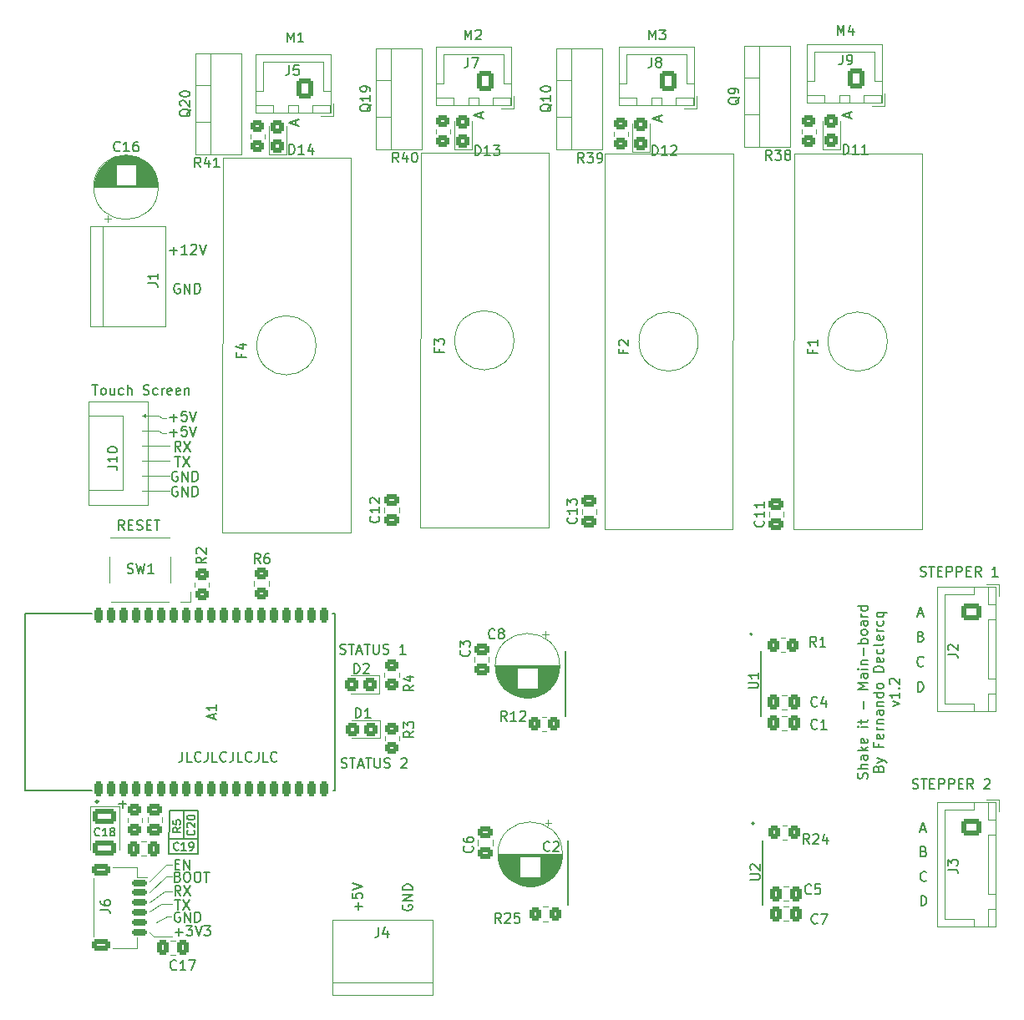
<source format=gbr>
%TF.GenerationSoftware,KiCad,Pcbnew,(6.0.2)*%
%TF.CreationDate,2022-05-13T11:42:35+02:00*%
%TF.ProjectId,shake-it-machine_pcb,7368616b-652d-4697-942d-6d616368696e,rev?*%
%TF.SameCoordinates,PXfad648a0PYf0f792d2*%
%TF.FileFunction,Legend,Top*%
%TF.FilePolarity,Positive*%
%FSLAX46Y46*%
G04 Gerber Fmt 4.6, Leading zero omitted, Abs format (unit mm)*
G04 Created by KiCad (PCBNEW (6.0.2)) date 2022-05-13 11:42:35*
%MOMM*%
%LPD*%
G01*
G04 APERTURE LIST*
G04 Aperture macros list*
%AMRoundRect*
0 Rectangle with rounded corners*
0 $1 Rounding radius*
0 $2 $3 $4 $5 $6 $7 $8 $9 X,Y pos of 4 corners*
0 Add a 4 corners polygon primitive as box body*
4,1,4,$2,$3,$4,$5,$6,$7,$8,$9,$2,$3,0*
0 Add four circle primitives for the rounded corners*
1,1,$1+$1,$2,$3*
1,1,$1+$1,$4,$5*
1,1,$1+$1,$6,$7*
1,1,$1+$1,$8,$9*
0 Add four rect primitives between the rounded corners*
20,1,$1+$1,$2,$3,$4,$5,0*
20,1,$1+$1,$4,$5,$6,$7,0*
20,1,$1+$1,$6,$7,$8,$9,0*
20,1,$1+$1,$8,$9,$2,$3,0*%
G04 Aperture macros list end*
%ADD10C,0.150000*%
%ADD11C,0.120000*%
%ADD12C,0.127000*%
%ADD13C,0.200000*%
%ADD14C,0.240000*%
%ADD15C,0.100000*%
%ADD16R,1.248000X1.248000*%
%ADD17C,1.248000*%
%ADD18RoundRect,0.250000X0.600000X0.750000X-0.600000X0.750000X-0.600000X-0.750000X0.600000X-0.750000X0*%
%ADD19O,1.700000X2.000000*%
%ADD20RoundRect,0.250000X-0.337500X-0.475000X0.337500X-0.475000X0.337500X0.475000X-0.337500X0.475000X0*%
%ADD21RoundRect,0.249999X0.400001X-0.412501X0.400001X0.412501X-0.400001X0.412501X-0.400001X-0.412501X0*%
%ADD22RoundRect,0.249999X0.450001X-0.350001X0.450001X0.350001X-0.450001X0.350001X-0.450001X-0.350001X0*%
%ADD23R,3.000000X2.000000*%
%ADD24O,3.000000X2.000000*%
%ADD25R,2.000000X1.905000*%
%ADD26O,2.000000X1.905000*%
%ADD27R,1.600000X1.600000*%
%ADD28C,1.600000*%
%ADD29RoundRect,0.250000X-0.475000X0.337500X-0.475000X-0.337500X0.475000X-0.337500X0.475000X0.337500X0*%
%ADD30RoundRect,0.250000X-0.925000X0.500000X-0.925000X-0.500000X0.925000X-0.500000X0.925000X0.500000X0*%
%ADD31RoundRect,0.250000X0.475000X-0.337500X0.475000X0.337500X-0.475000X0.337500X-0.475000X-0.337500X0*%
%ADD32RoundRect,0.250000X-0.725000X0.600000X-0.725000X-0.600000X0.725000X-0.600000X0.725000X0.600000X0*%
%ADD33O,1.950000X1.700000*%
%ADD34RoundRect,0.150000X-0.625000X0.150000X-0.625000X-0.150000X0.625000X-0.150000X0.625000X0.150000X0*%
%ADD35RoundRect,0.249999X-0.650001X0.350001X-0.650001X-0.350001X0.650001X-0.350001X0.650001X0.350001X0*%
%ADD36RoundRect,0.249600X-0.650400X0.350400X-0.650400X-0.350400X0.650400X-0.350400X0.650400X0.350400X0*%
%ADD37RoundRect,0.249999X0.350001X0.450001X-0.350001X0.450001X-0.350001X-0.450001X0.350001X-0.450001X0*%
%ADD38RoundRect,0.249999X-0.450001X0.350001X-0.450001X-0.350001X0.450001X-0.350001X0.450001X0.350001X0*%
%ADD39RoundRect,0.249999X-0.350001X-0.450001X0.350001X-0.450001X0.350001X0.450001X-0.350001X0.450001X0*%
%ADD40R,1.600000X1.400000*%
%ADD41RoundRect,0.213900X0.251100X-0.511100X0.251100X0.511100X-0.251100X0.511100X-0.251100X-0.511100X0*%
%ADD42R,4.000000X4.000000*%
%ADD43RoundRect,0.249999X0.412501X0.400001X-0.412501X0.400001X-0.412501X-0.400001X0.412501X-0.400001X0*%
%ADD44R,3.000000X3.000000*%
%ADD45C,3.000000*%
%ADD46R,1.500000X1.000000*%
%ADD47O,1.500000X1.000000*%
%ADD48C,0.800000*%
%ADD49C,6.400000*%
%ADD50C,2.400000*%
%ADD51O,2.400000X2.400000*%
G04 APERTURE END LIST*
D10*
X8311800Y14870522D02*
X8337200Y19264722D01*
D11*
X6356000Y9917522D02*
X7880000Y11060522D01*
X6356000Y9028522D02*
X7499000Y9790522D01*
X8134000Y8520522D02*
X8515000Y8520522D01*
X6229000Y54748522D02*
X5594000Y54748522D01*
X6229000Y57796522D02*
X5594000Y57796522D01*
X6229000Y59320522D02*
X5594000Y59320522D01*
X6737000Y6488522D02*
X8642000Y6488522D01*
X6102000Y56272522D02*
X8388000Y56272522D01*
X7499000Y9790522D02*
X8642000Y9790522D01*
D10*
X9785000Y16369122D02*
X8337200Y16369122D01*
D11*
X7626000Y59066522D02*
X8007000Y59066522D01*
X6229000Y54748522D02*
X8388000Y54748522D01*
X6102000Y51700522D02*
X5594000Y51700522D01*
D10*
X9785000Y16369122D02*
X11258200Y16369122D01*
D11*
X6102000Y53224522D02*
X8388000Y53224522D01*
X7880000Y11060522D02*
X8642000Y11060522D01*
X6229000Y59320522D02*
X7245000Y59320522D01*
D10*
X8337200Y19264722D02*
X11258200Y19264722D01*
D11*
X6102000Y51700522D02*
X8388000Y51700522D01*
X6991000Y7885522D02*
X8134000Y8520522D01*
X7245000Y59320522D02*
X7626000Y59066522D01*
X6356000Y12076522D02*
X8007000Y13727522D01*
D10*
X11258200Y19264722D02*
X11258200Y14870522D01*
X11258200Y14870522D02*
X8311800Y14870522D01*
D11*
X8007000Y12584522D02*
X8642000Y12584522D01*
X7245000Y57796522D02*
X6229000Y57796522D01*
X6102000Y53224522D02*
X5594000Y53224522D01*
X8007000Y57542522D02*
X7626000Y57542522D01*
X8007000Y13727522D02*
X8642000Y13727522D01*
X6356000Y6869522D02*
X6737000Y6488522D01*
D10*
X9785000Y19264722D02*
X9785000Y16369122D01*
D11*
X6102000Y56272522D02*
X5594000Y56272522D01*
X7626000Y57542522D02*
X7245000Y57796522D01*
X6356000Y10933522D02*
X8007000Y12584522D01*
D10*
X77261667Y89562426D02*
X77261667Y90038617D01*
X77547381Y89467188D02*
X76547381Y89800522D01*
X77547381Y90133855D01*
X79064762Y22491617D02*
X79112381Y22634474D01*
X79112381Y22872569D01*
X79064762Y22967807D01*
X79017143Y23015426D01*
X78921905Y23063045D01*
X78826667Y23063045D01*
X78731429Y23015426D01*
X78683810Y22967807D01*
X78636191Y22872569D01*
X78588572Y22682093D01*
X78540953Y22586855D01*
X78493334Y22539236D01*
X78398096Y22491617D01*
X78302858Y22491617D01*
X78207620Y22539236D01*
X78160000Y22586855D01*
X78112381Y22682093D01*
X78112381Y22920188D01*
X78160000Y23063045D01*
X79112381Y23491617D02*
X78112381Y23491617D01*
X79112381Y23920188D02*
X78588572Y23920188D01*
X78493334Y23872569D01*
X78445715Y23777331D01*
X78445715Y23634474D01*
X78493334Y23539236D01*
X78540953Y23491617D01*
X79112381Y24824950D02*
X78588572Y24824950D01*
X78493334Y24777331D01*
X78445715Y24682093D01*
X78445715Y24491617D01*
X78493334Y24396379D01*
X79064762Y24824950D02*
X79112381Y24729712D01*
X79112381Y24491617D01*
X79064762Y24396379D01*
X78969524Y24348760D01*
X78874286Y24348760D01*
X78779048Y24396379D01*
X78731429Y24491617D01*
X78731429Y24729712D01*
X78683810Y24824950D01*
X79112381Y25301141D02*
X78112381Y25301141D01*
X78731429Y25396379D02*
X79112381Y25682093D01*
X78445715Y25682093D02*
X78826667Y25301141D01*
X79064762Y26491617D02*
X79112381Y26396379D01*
X79112381Y26205902D01*
X79064762Y26110664D01*
X78969524Y26063045D01*
X78588572Y26063045D01*
X78493334Y26110664D01*
X78445715Y26205902D01*
X78445715Y26396379D01*
X78493334Y26491617D01*
X78588572Y26539236D01*
X78683810Y26539236D01*
X78779048Y26063045D01*
X79112381Y27729712D02*
X78445715Y27729712D01*
X78112381Y27729712D02*
X78160000Y27682093D01*
X78207620Y27729712D01*
X78160000Y27777331D01*
X78112381Y27729712D01*
X78207620Y27729712D01*
X78445715Y28063045D02*
X78445715Y28443998D01*
X78112381Y28205902D02*
X78969524Y28205902D01*
X79064762Y28253522D01*
X79112381Y28348760D01*
X79112381Y28443998D01*
X78731429Y29539236D02*
X78731429Y30301141D01*
X79112381Y31539236D02*
X78112381Y31539236D01*
X78826667Y31872569D01*
X78112381Y32205902D01*
X79112381Y32205902D01*
X79112381Y33110664D02*
X78588572Y33110664D01*
X78493334Y33063045D01*
X78445715Y32967807D01*
X78445715Y32777331D01*
X78493334Y32682093D01*
X79064762Y33110664D02*
X79112381Y33015426D01*
X79112381Y32777331D01*
X79064762Y32682093D01*
X78969524Y32634474D01*
X78874286Y32634474D01*
X78779048Y32682093D01*
X78731429Y32777331D01*
X78731429Y33015426D01*
X78683810Y33110664D01*
X79112381Y33586855D02*
X78445715Y33586855D01*
X78112381Y33586855D02*
X78160000Y33539236D01*
X78207620Y33586855D01*
X78160000Y33634474D01*
X78112381Y33586855D01*
X78207620Y33586855D01*
X78445715Y34063045D02*
X79112381Y34063045D01*
X78540953Y34063045D02*
X78493334Y34110664D01*
X78445715Y34205902D01*
X78445715Y34348760D01*
X78493334Y34443998D01*
X78588572Y34491617D01*
X79112381Y34491617D01*
X78731429Y34967807D02*
X78731429Y35729712D01*
X79112381Y36205902D02*
X78112381Y36205902D01*
X78493334Y36205902D02*
X78445715Y36301141D01*
X78445715Y36491617D01*
X78493334Y36586855D01*
X78540953Y36634474D01*
X78636191Y36682093D01*
X78921905Y36682093D01*
X79017143Y36634474D01*
X79064762Y36586855D01*
X79112381Y36491617D01*
X79112381Y36301141D01*
X79064762Y36205902D01*
X79112381Y37253522D02*
X79064762Y37158283D01*
X79017143Y37110664D01*
X78921905Y37063045D01*
X78636191Y37063045D01*
X78540953Y37110664D01*
X78493334Y37158283D01*
X78445715Y37253522D01*
X78445715Y37396379D01*
X78493334Y37491617D01*
X78540953Y37539236D01*
X78636191Y37586855D01*
X78921905Y37586855D01*
X79017143Y37539236D01*
X79064762Y37491617D01*
X79112381Y37396379D01*
X79112381Y37253522D01*
X79112381Y38443998D02*
X78588572Y38443998D01*
X78493334Y38396379D01*
X78445715Y38301141D01*
X78445715Y38110664D01*
X78493334Y38015426D01*
X79064762Y38443998D02*
X79112381Y38348760D01*
X79112381Y38110664D01*
X79064762Y38015426D01*
X78969524Y37967807D01*
X78874286Y37967807D01*
X78779048Y38015426D01*
X78731429Y38110664D01*
X78731429Y38348760D01*
X78683810Y38443998D01*
X79112381Y38920188D02*
X78445715Y38920188D01*
X78636191Y38920188D02*
X78540953Y38967807D01*
X78493334Y39015426D01*
X78445715Y39110664D01*
X78445715Y39205902D01*
X79112381Y39967807D02*
X78112381Y39967807D01*
X79064762Y39967807D02*
X79112381Y39872569D01*
X79112381Y39682093D01*
X79064762Y39586855D01*
X79017143Y39539236D01*
X78921905Y39491617D01*
X78636191Y39491617D01*
X78540953Y39539236D01*
X78493334Y39586855D01*
X78445715Y39682093D01*
X78445715Y39872569D01*
X78493334Y39967807D01*
X80198572Y23515426D02*
X80246191Y23658283D01*
X80293810Y23705902D01*
X80389048Y23753522D01*
X80531905Y23753522D01*
X80627143Y23705902D01*
X80674762Y23658283D01*
X80722381Y23563045D01*
X80722381Y23182093D01*
X79722381Y23182093D01*
X79722381Y23515426D01*
X79770000Y23610664D01*
X79817620Y23658283D01*
X79912858Y23705902D01*
X80008096Y23705902D01*
X80103334Y23658283D01*
X80150953Y23610664D01*
X80198572Y23515426D01*
X80198572Y23182093D01*
X80055715Y24086855D02*
X80722381Y24324950D01*
X80055715Y24563045D02*
X80722381Y24324950D01*
X80960477Y24229712D01*
X81008096Y24182093D01*
X81055715Y24086855D01*
X80198572Y26039236D02*
X80198572Y25705902D01*
X80722381Y25705902D02*
X79722381Y25705902D01*
X79722381Y26182093D01*
X80674762Y26943998D02*
X80722381Y26848760D01*
X80722381Y26658283D01*
X80674762Y26563045D01*
X80579524Y26515426D01*
X80198572Y26515426D01*
X80103334Y26563045D01*
X80055715Y26658283D01*
X80055715Y26848760D01*
X80103334Y26943998D01*
X80198572Y26991617D01*
X80293810Y26991617D01*
X80389048Y26515426D01*
X80722381Y27420188D02*
X80055715Y27420188D01*
X80246191Y27420188D02*
X80150953Y27467807D01*
X80103334Y27515426D01*
X80055715Y27610664D01*
X80055715Y27705902D01*
X80055715Y28039236D02*
X80722381Y28039236D01*
X80150953Y28039236D02*
X80103334Y28086855D01*
X80055715Y28182093D01*
X80055715Y28324950D01*
X80103334Y28420188D01*
X80198572Y28467807D01*
X80722381Y28467807D01*
X80722381Y29372569D02*
X80198572Y29372569D01*
X80103334Y29324950D01*
X80055715Y29229712D01*
X80055715Y29039236D01*
X80103334Y28943998D01*
X80674762Y29372569D02*
X80722381Y29277331D01*
X80722381Y29039236D01*
X80674762Y28943998D01*
X80579524Y28896379D01*
X80484286Y28896379D01*
X80389048Y28943998D01*
X80341429Y29039236D01*
X80341429Y29277331D01*
X80293810Y29372569D01*
X80055715Y29848760D02*
X80722381Y29848760D01*
X80150953Y29848760D02*
X80103334Y29896379D01*
X80055715Y29991617D01*
X80055715Y30134474D01*
X80103334Y30229712D01*
X80198572Y30277331D01*
X80722381Y30277331D01*
X80722381Y31182093D02*
X79722381Y31182093D01*
X80674762Y31182093D02*
X80722381Y31086855D01*
X80722381Y30896379D01*
X80674762Y30801141D01*
X80627143Y30753522D01*
X80531905Y30705902D01*
X80246191Y30705902D01*
X80150953Y30753522D01*
X80103334Y30801141D01*
X80055715Y30896379D01*
X80055715Y31086855D01*
X80103334Y31182093D01*
X80722381Y31801141D02*
X80674762Y31705902D01*
X80627143Y31658283D01*
X80531905Y31610664D01*
X80246191Y31610664D01*
X80150953Y31658283D01*
X80103334Y31705902D01*
X80055715Y31801141D01*
X80055715Y31943998D01*
X80103334Y32039236D01*
X80150953Y32086855D01*
X80246191Y32134474D01*
X80531905Y32134474D01*
X80627143Y32086855D01*
X80674762Y32039236D01*
X80722381Y31943998D01*
X80722381Y31801141D01*
X80722381Y33324950D02*
X79722381Y33324950D01*
X79722381Y33563045D01*
X79770000Y33705902D01*
X79865239Y33801141D01*
X79960477Y33848760D01*
X80150953Y33896379D01*
X80293810Y33896379D01*
X80484286Y33848760D01*
X80579524Y33801141D01*
X80674762Y33705902D01*
X80722381Y33563045D01*
X80722381Y33324950D01*
X80674762Y34705902D02*
X80722381Y34610664D01*
X80722381Y34420188D01*
X80674762Y34324950D01*
X80579524Y34277331D01*
X80198572Y34277331D01*
X80103334Y34324950D01*
X80055715Y34420188D01*
X80055715Y34610664D01*
X80103334Y34705902D01*
X80198572Y34753522D01*
X80293810Y34753522D01*
X80389048Y34277331D01*
X80674762Y35610664D02*
X80722381Y35515426D01*
X80722381Y35324950D01*
X80674762Y35229712D01*
X80627143Y35182093D01*
X80531905Y35134474D01*
X80246191Y35134474D01*
X80150953Y35182093D01*
X80103334Y35229712D01*
X80055715Y35324950D01*
X80055715Y35515426D01*
X80103334Y35610664D01*
X80722381Y36182093D02*
X80674762Y36086855D01*
X80579524Y36039236D01*
X79722381Y36039236D01*
X80674762Y36943998D02*
X80722381Y36848760D01*
X80722381Y36658283D01*
X80674762Y36563045D01*
X80579524Y36515426D01*
X80198572Y36515426D01*
X80103334Y36563045D01*
X80055715Y36658283D01*
X80055715Y36848760D01*
X80103334Y36943998D01*
X80198572Y36991617D01*
X80293810Y36991617D01*
X80389048Y36515426D01*
X80722381Y37420188D02*
X80055715Y37420188D01*
X80246191Y37420188D02*
X80150953Y37467807D01*
X80103334Y37515426D01*
X80055715Y37610664D01*
X80055715Y37705902D01*
X80674762Y38467807D02*
X80722381Y38372569D01*
X80722381Y38182093D01*
X80674762Y38086855D01*
X80627143Y38039236D01*
X80531905Y37991617D01*
X80246191Y37991617D01*
X80150953Y38039236D01*
X80103334Y38086855D01*
X80055715Y38182093D01*
X80055715Y38372569D01*
X80103334Y38467807D01*
X80055715Y39324950D02*
X81055715Y39324950D01*
X80674762Y39324950D02*
X80722381Y39229712D01*
X80722381Y39039236D01*
X80674762Y38943998D01*
X80627143Y38896379D01*
X80531905Y38848760D01*
X80246191Y38848760D01*
X80150953Y38896379D01*
X80103334Y38943998D01*
X80055715Y39039236D01*
X80055715Y39229712D01*
X80103334Y39324950D01*
X81665715Y29824950D02*
X82332381Y30063045D01*
X81665715Y30301141D01*
X82332381Y31205902D02*
X82332381Y30634474D01*
X82332381Y30920188D02*
X81332381Y30920188D01*
X81475239Y30824950D01*
X81570477Y30729712D01*
X81618096Y30634474D01*
X82237143Y31634474D02*
X82284762Y31682093D01*
X82332381Y31634474D01*
X82284762Y31586855D01*
X82237143Y31634474D01*
X82332381Y31634474D01*
X81427620Y32063045D02*
X81380000Y32110664D01*
X81332381Y32205902D01*
X81332381Y32443998D01*
X81380000Y32539236D01*
X81427620Y32586855D01*
X81522858Y32634474D01*
X81618096Y32634474D01*
X81760953Y32586855D01*
X82332381Y32015426D01*
X82332381Y32634474D01*
X9189858Y12528950D02*
X9332715Y12481331D01*
X9380334Y12433712D01*
X9427953Y12338474D01*
X9427953Y12195617D01*
X9380334Y12100379D01*
X9332715Y12052760D01*
X9237477Y12005141D01*
X8856524Y12005141D01*
X8856524Y13005141D01*
X9189858Y13005141D01*
X9285096Y12957522D01*
X9332715Y12909902D01*
X9380334Y12814664D01*
X9380334Y12719426D01*
X9332715Y12624188D01*
X9285096Y12576569D01*
X9189858Y12528950D01*
X8856524Y12528950D01*
X10047000Y13005141D02*
X10237477Y13005141D01*
X10332715Y12957522D01*
X10427953Y12862283D01*
X10475572Y12671807D01*
X10475572Y12338474D01*
X10427953Y12147998D01*
X10332715Y12052760D01*
X10237477Y12005141D01*
X10047000Y12005141D01*
X9951762Y12052760D01*
X9856524Y12147998D01*
X9808905Y12338474D01*
X9808905Y12671807D01*
X9856524Y12862283D01*
X9951762Y12957522D01*
X10047000Y13005141D01*
X11094620Y13005141D02*
X11285096Y13005141D01*
X11380334Y12957522D01*
X11475572Y12862283D01*
X11523191Y12671807D01*
X11523191Y12338474D01*
X11475572Y12147998D01*
X11380334Y12052760D01*
X11285096Y12005141D01*
X11094620Y12005141D01*
X10999381Y12052760D01*
X10904143Y12147998D01*
X10856524Y12338474D01*
X10856524Y12671807D01*
X10904143Y12862283D01*
X10999381Y12957522D01*
X11094620Y13005141D01*
X11808905Y13005141D02*
X12380334Y13005141D01*
X12094620Y12005141D02*
X12094620Y13005141D01*
X8896096Y10211141D02*
X9467524Y10211141D01*
X9181810Y9211141D02*
X9181810Y10211141D01*
X9705620Y10211141D02*
X10372286Y9211141D01*
X10372286Y10211141D02*
X9705620Y9211141D01*
X8919905Y13798950D02*
X9253239Y13798950D01*
X9396096Y13275141D02*
X8919905Y13275141D01*
X8919905Y14275141D01*
X9396096Y14275141D01*
X9824667Y13275141D02*
X9824667Y14275141D01*
X10396096Y13275141D01*
X10396096Y14275141D01*
X9491334Y10608141D02*
X9158000Y11084331D01*
X8919905Y10608141D02*
X8919905Y11608141D01*
X9300858Y11608141D01*
X9396096Y11560522D01*
X9443715Y11512902D01*
X9491334Y11417664D01*
X9491334Y11274807D01*
X9443715Y11179569D01*
X9396096Y11131950D01*
X9300858Y11084331D01*
X8919905Y11084331D01*
X9824667Y11608141D02*
X10491334Y10608141D01*
X10491334Y11608141D02*
X9824667Y10608141D01*
X8372286Y57598093D02*
X9134191Y57598093D01*
X8753239Y57217141D02*
X8753239Y57979045D01*
X10086572Y58217141D02*
X9610381Y58217141D01*
X9562762Y57740950D01*
X9610381Y57788569D01*
X9705620Y57836188D01*
X9943715Y57836188D01*
X10038953Y57788569D01*
X10086572Y57740950D01*
X10134191Y57645712D01*
X10134191Y57407617D01*
X10086572Y57312379D01*
X10038953Y57264760D01*
X9943715Y57217141D01*
X9705620Y57217141D01*
X9610381Y57264760D01*
X9562762Y57312379D01*
X10419905Y58217141D02*
X10753239Y57217141D01*
X11086572Y58217141D01*
X9150096Y53597522D02*
X9054858Y53645141D01*
X8912000Y53645141D01*
X8769143Y53597522D01*
X8673905Y53502283D01*
X8626286Y53407045D01*
X8578667Y53216569D01*
X8578667Y53073712D01*
X8626286Y52883236D01*
X8673905Y52787998D01*
X8769143Y52692760D01*
X8912000Y52645141D01*
X9007239Y52645141D01*
X9150096Y52692760D01*
X9197715Y52740379D01*
X9197715Y53073712D01*
X9007239Y53073712D01*
X9626286Y52645141D02*
X9626286Y53645141D01*
X10197715Y52645141D01*
X10197715Y53645141D01*
X10673905Y52645141D02*
X10673905Y53645141D01*
X10912000Y53645141D01*
X11054858Y53597522D01*
X11150096Y53502283D01*
X11197715Y53407045D01*
X11245334Y53216569D01*
X11245334Y53073712D01*
X11197715Y52883236D01*
X11150096Y52787998D01*
X11054858Y52692760D01*
X10912000Y52645141D01*
X10673905Y52645141D01*
X32018000Y9663617D02*
X31970381Y9568379D01*
X31970381Y9425522D01*
X32018000Y9282664D01*
X32113239Y9187426D01*
X32208477Y9139807D01*
X32398953Y9092188D01*
X32541810Y9092188D01*
X32732286Y9139807D01*
X32827524Y9187426D01*
X32922762Y9282664D01*
X32970381Y9425522D01*
X32970381Y9520760D01*
X32922762Y9663617D01*
X32875143Y9711236D01*
X32541810Y9711236D01*
X32541810Y9520760D01*
X32970381Y10139807D02*
X31970381Y10139807D01*
X32970381Y10711236D01*
X31970381Y10711236D01*
X32970381Y11187426D02*
X31970381Y11187426D01*
X31970381Y11425522D01*
X32018000Y11568379D01*
X32113239Y11663617D01*
X32208477Y11711236D01*
X32398953Y11758855D01*
X32541810Y11758855D01*
X32732286Y11711236D01*
X32827524Y11663617D01*
X32922762Y11568379D01*
X32970381Y11425522D01*
X32970381Y11187426D01*
X9661753Y25197141D02*
X9661753Y24482855D01*
X9614134Y24339998D01*
X9518896Y24244760D01*
X9376039Y24197141D01*
X9280800Y24197141D01*
X10614134Y24197141D02*
X10137943Y24197141D01*
X10137943Y25197141D01*
X11518896Y24292379D02*
X11471277Y24244760D01*
X11328420Y24197141D01*
X11233181Y24197141D01*
X11090324Y24244760D01*
X10995086Y24339998D01*
X10947467Y24435236D01*
X10899848Y24625712D01*
X10899848Y24768569D01*
X10947467Y24959045D01*
X10995086Y25054283D01*
X11090324Y25149522D01*
X11233181Y25197141D01*
X11328420Y25197141D01*
X11471277Y25149522D01*
X11518896Y25101902D01*
X12233181Y25197141D02*
X12233181Y24482855D01*
X12185562Y24339998D01*
X12090324Y24244760D01*
X11947467Y24197141D01*
X11852229Y24197141D01*
X13185562Y24197141D02*
X12709372Y24197141D01*
X12709372Y25197141D01*
X14090324Y24292379D02*
X14042705Y24244760D01*
X13899848Y24197141D01*
X13804610Y24197141D01*
X13661753Y24244760D01*
X13566515Y24339998D01*
X13518896Y24435236D01*
X13471277Y24625712D01*
X13471277Y24768569D01*
X13518896Y24959045D01*
X13566515Y25054283D01*
X13661753Y25149522D01*
X13804610Y25197141D01*
X13899848Y25197141D01*
X14042705Y25149522D01*
X14090324Y25101902D01*
X14804610Y25197141D02*
X14804610Y24482855D01*
X14756991Y24339998D01*
X14661753Y24244760D01*
X14518896Y24197141D01*
X14423658Y24197141D01*
X15756991Y24197141D02*
X15280800Y24197141D01*
X15280800Y25197141D01*
X16661753Y24292379D02*
X16614134Y24244760D01*
X16471277Y24197141D01*
X16376039Y24197141D01*
X16233181Y24244760D01*
X16137943Y24339998D01*
X16090324Y24435236D01*
X16042705Y24625712D01*
X16042705Y24768569D01*
X16090324Y24959045D01*
X16137943Y25054283D01*
X16233181Y25149522D01*
X16376039Y25197141D01*
X16471277Y25197141D01*
X16614134Y25149522D01*
X16661753Y25101902D01*
X17376039Y25197141D02*
X17376039Y24482855D01*
X17328420Y24339998D01*
X17233181Y24244760D01*
X17090324Y24197141D01*
X16995086Y24197141D01*
X18328420Y24197141D02*
X17852229Y24197141D01*
X17852229Y25197141D01*
X19233181Y24292379D02*
X19185562Y24244760D01*
X19042705Y24197141D01*
X18947467Y24197141D01*
X18804610Y24244760D01*
X18709372Y24339998D01*
X18661753Y24435236D01*
X18614134Y24625712D01*
X18614134Y24768569D01*
X18661753Y24959045D01*
X18709372Y25054283D01*
X18804610Y25149522D01*
X18947467Y25197141D01*
X19042705Y25197141D01*
X19185562Y25149522D01*
X19233181Y25101902D01*
X21153067Y88800426D02*
X21153067Y89276617D01*
X21438781Y88705188D02*
X20438781Y89038522D01*
X21438781Y89371855D01*
X8896096Y55169141D02*
X9467524Y55169141D01*
X9181810Y54169141D02*
X9181810Y55169141D01*
X9705620Y55169141D02*
X10372286Y54169141D01*
X10372286Y55169141D02*
X9705620Y54169141D01*
X25628667Y35166760D02*
X25771524Y35119141D01*
X26009620Y35119141D01*
X26104858Y35166760D01*
X26152477Y35214379D01*
X26200096Y35309617D01*
X26200096Y35404855D01*
X26152477Y35500093D01*
X26104858Y35547712D01*
X26009620Y35595331D01*
X25819143Y35642950D01*
X25723905Y35690569D01*
X25676286Y35738188D01*
X25628667Y35833426D01*
X25628667Y35928664D01*
X25676286Y36023902D01*
X25723905Y36071522D01*
X25819143Y36119141D01*
X26057239Y36119141D01*
X26200096Y36071522D01*
X26485810Y36119141D02*
X27057239Y36119141D01*
X26771524Y35119141D02*
X26771524Y36119141D01*
X27342953Y35404855D02*
X27819143Y35404855D01*
X27247715Y35119141D02*
X27581048Y36119141D01*
X27914381Y35119141D01*
X28104858Y36119141D02*
X28676286Y36119141D01*
X28390572Y35119141D02*
X28390572Y36119141D01*
X29009620Y36119141D02*
X29009620Y35309617D01*
X29057239Y35214379D01*
X29104858Y35166760D01*
X29200096Y35119141D01*
X29390572Y35119141D01*
X29485810Y35166760D01*
X29533429Y35214379D01*
X29581048Y35309617D01*
X29581048Y36119141D01*
X30009620Y35166760D02*
X30152477Y35119141D01*
X30390572Y35119141D01*
X30485810Y35166760D01*
X30533429Y35214379D01*
X30581048Y35309617D01*
X30581048Y35404855D01*
X30533429Y35500093D01*
X30485810Y35547712D01*
X30390572Y35595331D01*
X30200096Y35642950D01*
X30104858Y35690569D01*
X30057239Y35738188D01*
X30009620Y35833426D01*
X30009620Y35928664D01*
X30057239Y36023902D01*
X30104858Y36071522D01*
X30200096Y36119141D01*
X30438191Y36119141D01*
X30581048Y36071522D01*
X32295334Y35119141D02*
X31723905Y35119141D01*
X32009620Y35119141D02*
X32009620Y36119141D01*
X31914381Y35976283D01*
X31819143Y35881045D01*
X31723905Y35833426D01*
X20278477Y97196741D02*
X20278477Y98196741D01*
X20611810Y97482455D01*
X20945143Y98196741D01*
X20945143Y97196741D01*
X21945143Y97196741D02*
X21373715Y97196741D01*
X21659429Y97196741D02*
X21659429Y98196741D01*
X21564191Y98053883D01*
X21468953Y97958645D01*
X21373715Y97911026D01*
X25755667Y23609760D02*
X25898524Y23562141D01*
X26136620Y23562141D01*
X26231858Y23609760D01*
X26279477Y23657379D01*
X26327096Y23752617D01*
X26327096Y23847855D01*
X26279477Y23943093D01*
X26231858Y23990712D01*
X26136620Y24038331D01*
X25946143Y24085950D01*
X25850905Y24133569D01*
X25803286Y24181188D01*
X25755667Y24276426D01*
X25755667Y24371664D01*
X25803286Y24466902D01*
X25850905Y24514522D01*
X25946143Y24562141D01*
X26184239Y24562141D01*
X26327096Y24514522D01*
X26612810Y24562141D02*
X27184239Y24562141D01*
X26898524Y23562141D02*
X26898524Y24562141D01*
X27469953Y23847855D02*
X27946143Y23847855D01*
X27374715Y23562141D02*
X27708048Y24562141D01*
X28041381Y23562141D01*
X28231858Y24562141D02*
X28803286Y24562141D01*
X28517572Y23562141D02*
X28517572Y24562141D01*
X29136620Y24562141D02*
X29136620Y23752617D01*
X29184239Y23657379D01*
X29231858Y23609760D01*
X29327096Y23562141D01*
X29517572Y23562141D01*
X29612810Y23609760D01*
X29660429Y23657379D01*
X29708048Y23752617D01*
X29708048Y24562141D01*
X30136620Y23609760D02*
X30279477Y23562141D01*
X30517572Y23562141D01*
X30612810Y23609760D01*
X30660429Y23657379D01*
X30708048Y23752617D01*
X30708048Y23847855D01*
X30660429Y23943093D01*
X30612810Y23990712D01*
X30517572Y24038331D01*
X30327096Y24085950D01*
X30231858Y24133569D01*
X30184239Y24181188D01*
X30136620Y24276426D01*
X30136620Y24371664D01*
X30184239Y24466902D01*
X30231858Y24514522D01*
X30327096Y24562141D01*
X30565191Y24562141D01*
X30708048Y24514522D01*
X31850905Y24466902D02*
X31898524Y24514522D01*
X31993762Y24562141D01*
X32231858Y24562141D01*
X32327096Y24514522D01*
X32374715Y24466902D01*
X32422334Y24371664D01*
X32422334Y24276426D01*
X32374715Y24133569D01*
X31803286Y23562141D01*
X32422334Y23562141D01*
X84811829Y15094350D02*
X84954686Y15046731D01*
X85002305Y14999112D01*
X85049924Y14903874D01*
X85049924Y14761017D01*
X85002305Y14665779D01*
X84954686Y14618160D01*
X84859448Y14570541D01*
X84478496Y14570541D01*
X84478496Y15570541D01*
X84811829Y15570541D01*
X84907067Y15522922D01*
X84954686Y15475302D01*
X85002305Y15380064D01*
X85002305Y15284826D01*
X84954686Y15189588D01*
X84907067Y15141969D01*
X84811829Y15094350D01*
X84478496Y15094350D01*
X38287077Y97450741D02*
X38287077Y98450741D01*
X38620410Y97736455D01*
X38953743Y98450741D01*
X38953743Y97450741D01*
X39382315Y98355502D02*
X39429934Y98403122D01*
X39525172Y98450741D01*
X39763267Y98450741D01*
X39858505Y98403122D01*
X39906124Y98355502D01*
X39953743Y98260264D01*
X39953743Y98165026D01*
X39906124Y98022169D01*
X39334696Y97450741D01*
X39953743Y97450741D01*
X9150096Y52073522D02*
X9054858Y52121141D01*
X8912000Y52121141D01*
X8769143Y52073522D01*
X8673905Y51978283D01*
X8626286Y51883045D01*
X8578667Y51692569D01*
X8578667Y51549712D01*
X8626286Y51359236D01*
X8673905Y51263998D01*
X8769143Y51168760D01*
X8912000Y51121141D01*
X9007239Y51121141D01*
X9150096Y51168760D01*
X9197715Y51216379D01*
X9197715Y51549712D01*
X9007239Y51549712D01*
X9626286Y51121141D02*
X9626286Y52121141D01*
X10197715Y51121141D01*
X10197715Y52121141D01*
X10673905Y51121141D02*
X10673905Y52121141D01*
X10912000Y52121141D01*
X11054858Y52073522D01*
X11150096Y51978283D01*
X11197715Y51883045D01*
X11245334Y51692569D01*
X11245334Y51549712D01*
X11197715Y51359236D01*
X11150096Y51263998D01*
X11054858Y51168760D01*
X10912000Y51121141D01*
X10673905Y51121141D01*
X84469429Y43040760D02*
X84612286Y42993141D01*
X84850381Y42993141D01*
X84945620Y43040760D01*
X84993239Y43088379D01*
X85040858Y43183617D01*
X85040858Y43278855D01*
X84993239Y43374093D01*
X84945620Y43421712D01*
X84850381Y43469331D01*
X84659905Y43516950D01*
X84564667Y43564569D01*
X84517048Y43612188D01*
X84469429Y43707426D01*
X84469429Y43802664D01*
X84517048Y43897902D01*
X84564667Y43945522D01*
X84659905Y43993141D01*
X84898001Y43993141D01*
X85040858Y43945522D01*
X85326572Y43993141D02*
X85898001Y43993141D01*
X85612286Y42993141D02*
X85612286Y43993141D01*
X86231334Y43516950D02*
X86564667Y43516950D01*
X86707523Y42993141D02*
X86231334Y42993141D01*
X86231334Y43993141D01*
X86707523Y43993141D01*
X87136095Y42993141D02*
X87136095Y43993141D01*
X87517047Y43993141D01*
X87612285Y43945522D01*
X87659904Y43897902D01*
X87707523Y43802664D01*
X87707523Y43659807D01*
X87659904Y43564569D01*
X87612285Y43516950D01*
X87517047Y43469331D01*
X87136095Y43469331D01*
X88136095Y42993141D02*
X88136095Y43993141D01*
X88517047Y43993141D01*
X88612285Y43945522D01*
X88659904Y43897902D01*
X88707523Y43802664D01*
X88707523Y43659807D01*
X88659904Y43564569D01*
X88612285Y43516950D01*
X88517047Y43469331D01*
X88136095Y43469331D01*
X89136095Y43516950D02*
X89469428Y43516950D01*
X89612285Y42993141D02*
X89136095Y42993141D01*
X89136095Y43993141D01*
X89612285Y43993141D01*
X90612285Y42993141D02*
X90278952Y43469331D01*
X90040857Y42993141D02*
X90040857Y43993141D01*
X90421809Y43993141D01*
X90517047Y43945522D01*
X90564666Y43897902D01*
X90612285Y43802664D01*
X90612285Y43659807D01*
X90564666Y43564569D01*
X90517047Y43516950D01*
X90421809Y43469331D01*
X90040857Y43469331D01*
X92326571Y42993141D02*
X91755142Y42993141D01*
X92040857Y42993141D02*
X92040857Y43993141D01*
X91945619Y43850283D01*
X91850380Y43755045D01*
X91755142Y43707426D01*
X84502305Y17320055D02*
X84978496Y17320055D01*
X84407067Y17034341D02*
X84740400Y18034341D01*
X85073734Y17034341D01*
X57983067Y89181426D02*
X57983067Y89657617D01*
X58268781Y89086188D02*
X57268781Y89419522D01*
X58268781Y89752855D01*
X84222905Y39214855D02*
X84699096Y39214855D01*
X84127667Y38929141D02*
X84461000Y39929141D01*
X84794334Y38929141D01*
X56956077Y97450741D02*
X56956077Y98450741D01*
X57289410Y97736455D01*
X57622743Y98450741D01*
X57622743Y97450741D01*
X58003696Y98450741D02*
X58622743Y98450741D01*
X58289410Y98069788D01*
X58432267Y98069788D01*
X58527505Y98022169D01*
X58575124Y97974550D01*
X58622743Y97879312D01*
X58622743Y97641217D01*
X58575124Y97545979D01*
X58527505Y97498360D01*
X58432267Y97450741D01*
X58146553Y97450741D01*
X58051315Y97498360D01*
X58003696Y97545979D01*
X84529296Y9592141D02*
X84529296Y10592141D01*
X84767391Y10592141D01*
X84910248Y10544522D01*
X85005486Y10449283D01*
X85053105Y10354045D01*
X85100724Y10163569D01*
X85100724Y10020712D01*
X85053105Y9830236D01*
X85005486Y9734998D01*
X84910248Y9639760D01*
X84767391Y9592141D01*
X84529296Y9592141D01*
X85075324Y12151179D02*
X85027705Y12103560D01*
X84884848Y12055941D01*
X84789610Y12055941D01*
X84646753Y12103560D01*
X84551515Y12198798D01*
X84503896Y12294036D01*
X84456277Y12484512D01*
X84456277Y12627369D01*
X84503896Y12817845D01*
X84551515Y12913083D01*
X84646753Y13008322D01*
X84789610Y13055941D01*
X84884848Y13055941D01*
X85027705Y13008322D01*
X85075324Y12960702D01*
X9404096Y8893522D02*
X9308858Y8941141D01*
X9166000Y8941141D01*
X9023143Y8893522D01*
X8927905Y8798283D01*
X8880286Y8703045D01*
X8832667Y8512569D01*
X8832667Y8369712D01*
X8880286Y8179236D01*
X8927905Y8083998D01*
X9023143Y7988760D01*
X9166000Y7941141D01*
X9261239Y7941141D01*
X9404096Y7988760D01*
X9451715Y8036379D01*
X9451715Y8369712D01*
X9261239Y8369712D01*
X9880286Y7941141D02*
X9880286Y8941141D01*
X10451715Y7941141D01*
X10451715Y8941141D01*
X10927905Y7941141D02*
X10927905Y8941141D01*
X11166000Y8941141D01*
X11308858Y8893522D01*
X11404096Y8798283D01*
X11451715Y8703045D01*
X11499334Y8512569D01*
X11499334Y8369712D01*
X11451715Y8179236D01*
X11404096Y8083998D01*
X11308858Y7988760D01*
X11166000Y7941141D01*
X10927905Y7941141D01*
X8912096Y6925093D02*
X9674000Y6925093D01*
X9293048Y6544141D02*
X9293048Y7306045D01*
X10054953Y7544141D02*
X10674000Y7544141D01*
X10340667Y7163188D01*
X10483524Y7163188D01*
X10578762Y7115569D01*
X10626381Y7067950D01*
X10674000Y6972712D01*
X10674000Y6734617D01*
X10626381Y6639379D01*
X10578762Y6591760D01*
X10483524Y6544141D01*
X10197810Y6544141D01*
X10102572Y6591760D01*
X10054953Y6639379D01*
X10959715Y7544141D02*
X11293048Y6544141D01*
X11626381Y7544141D01*
X11864477Y7544141D02*
X12483524Y7544141D01*
X12150191Y7163188D01*
X12293048Y7163188D01*
X12388286Y7115569D01*
X12435905Y7067950D01*
X12483524Y6972712D01*
X12483524Y6734617D01*
X12435905Y6639379D01*
X12388286Y6591760D01*
X12293048Y6544141D01*
X12007334Y6544141D01*
X11912096Y6591760D01*
X11864477Y6639379D01*
X39923667Y89562426D02*
X39923667Y90038617D01*
X40209381Y89467188D02*
X39209381Y89800522D01*
X40209381Y90133855D01*
X84532429Y36912950D02*
X84675286Y36865331D01*
X84722905Y36817712D01*
X84770524Y36722474D01*
X84770524Y36579617D01*
X84722905Y36484379D01*
X84675286Y36436760D01*
X84580048Y36389141D01*
X84199096Y36389141D01*
X84199096Y37389141D01*
X84532429Y37389141D01*
X84627667Y37341522D01*
X84675286Y37293902D01*
X84722905Y37198664D01*
X84722905Y37103426D01*
X84675286Y37008188D01*
X84627667Y36960569D01*
X84532429Y36912950D01*
X84199096Y36912950D01*
X3206448Y19904493D02*
X3968353Y19904493D01*
X3587400Y19523541D02*
X3587400Y20285445D01*
X27509429Y9139807D02*
X27509429Y9901712D01*
X27890381Y9520760D02*
X27128477Y9520760D01*
X26890381Y10854093D02*
X26890381Y10377902D01*
X27366572Y10330283D01*
X27318953Y10377902D01*
X27271334Y10473141D01*
X27271334Y10711236D01*
X27318953Y10806474D01*
X27366572Y10854093D01*
X27461810Y10901712D01*
X27699905Y10901712D01*
X27795143Y10854093D01*
X27842762Y10806474D01*
X27890381Y10711236D01*
X27890381Y10473141D01*
X27842762Y10377902D01*
X27795143Y10330283D01*
X26890381Y11187426D02*
X27890381Y11520760D01*
X26890381Y11854093D01*
X9491334Y55693141D02*
X9158000Y56169331D01*
X8919905Y55693141D02*
X8919905Y56693141D01*
X9300858Y56693141D01*
X9396096Y56645522D01*
X9443715Y56597902D01*
X9491334Y56502664D01*
X9491334Y56359807D01*
X9443715Y56264569D01*
X9396096Y56216950D01*
X9300858Y56169331D01*
X8919905Y56169331D01*
X9824667Y56693141D02*
X10491334Y55693141D01*
X10491334Y56693141D02*
X9824667Y55693141D01*
X516210Y62408141D02*
X1087639Y62408141D01*
X801924Y61408141D02*
X801924Y62408141D01*
X1563829Y61408141D02*
X1468591Y61455760D01*
X1420972Y61503379D01*
X1373353Y61598617D01*
X1373353Y61884331D01*
X1420972Y61979569D01*
X1468591Y62027188D01*
X1563829Y62074807D01*
X1706686Y62074807D01*
X1801924Y62027188D01*
X1849543Y61979569D01*
X1897162Y61884331D01*
X1897162Y61598617D01*
X1849543Y61503379D01*
X1801924Y61455760D01*
X1706686Y61408141D01*
X1563829Y61408141D01*
X2754305Y62074807D02*
X2754305Y61408141D01*
X2325734Y62074807D02*
X2325734Y61550998D01*
X2373353Y61455760D01*
X2468591Y61408141D01*
X2611448Y61408141D01*
X2706686Y61455760D01*
X2754305Y61503379D01*
X3659067Y61455760D02*
X3563829Y61408141D01*
X3373353Y61408141D01*
X3278115Y61455760D01*
X3230496Y61503379D01*
X3182877Y61598617D01*
X3182877Y61884331D01*
X3230496Y61979569D01*
X3278115Y62027188D01*
X3373353Y62074807D01*
X3563829Y62074807D01*
X3659067Y62027188D01*
X4087639Y61408141D02*
X4087639Y62408141D01*
X4516210Y61408141D02*
X4516210Y61931950D01*
X4468591Y62027188D01*
X4373353Y62074807D01*
X4230496Y62074807D01*
X4135258Y62027188D01*
X4087639Y61979569D01*
X5706686Y61455760D02*
X5849543Y61408141D01*
X6087639Y61408141D01*
X6182877Y61455760D01*
X6230496Y61503379D01*
X6278115Y61598617D01*
X6278115Y61693855D01*
X6230496Y61789093D01*
X6182877Y61836712D01*
X6087639Y61884331D01*
X5897162Y61931950D01*
X5801924Y61979569D01*
X5754305Y62027188D01*
X5706686Y62122426D01*
X5706686Y62217664D01*
X5754305Y62312902D01*
X5801924Y62360522D01*
X5897162Y62408141D01*
X6135258Y62408141D01*
X6278115Y62360522D01*
X7135258Y61455760D02*
X7040020Y61408141D01*
X6849543Y61408141D01*
X6754305Y61455760D01*
X6706686Y61503379D01*
X6659067Y61598617D01*
X6659067Y61884331D01*
X6706686Y61979569D01*
X6754305Y62027188D01*
X6849543Y62074807D01*
X7040020Y62074807D01*
X7135258Y62027188D01*
X7563829Y61408141D02*
X7563829Y62074807D01*
X7563829Y61884331D02*
X7611448Y61979569D01*
X7659067Y62027188D01*
X7754305Y62074807D01*
X7849543Y62074807D01*
X8563829Y61455760D02*
X8468591Y61408141D01*
X8278115Y61408141D01*
X8182877Y61455760D01*
X8135258Y61550998D01*
X8135258Y61931950D01*
X8182877Y62027188D01*
X8278115Y62074807D01*
X8468591Y62074807D01*
X8563829Y62027188D01*
X8611448Y61931950D01*
X8611448Y61836712D01*
X8135258Y61741474D01*
X9420972Y61455760D02*
X9325734Y61408141D01*
X9135258Y61408141D01*
X9040020Y61455760D01*
X8992400Y61550998D01*
X8992400Y61931950D01*
X9040020Y62027188D01*
X9135258Y62074807D01*
X9325734Y62074807D01*
X9420972Y62027188D01*
X9468591Y61931950D01*
X9468591Y61836712D01*
X8992400Y61741474D01*
X9897162Y62074807D02*
X9897162Y61408141D01*
X9897162Y61979569D02*
X9944781Y62027188D01*
X10040020Y62074807D01*
X10182877Y62074807D01*
X10278115Y62027188D01*
X10325734Y61931950D01*
X10325734Y61408141D01*
X83682029Y21501560D02*
X83824886Y21453941D01*
X84062981Y21453941D01*
X84158220Y21501560D01*
X84205839Y21549179D01*
X84253458Y21644417D01*
X84253458Y21739655D01*
X84205839Y21834893D01*
X84158220Y21882512D01*
X84062981Y21930131D01*
X83872505Y21977750D01*
X83777267Y22025369D01*
X83729648Y22072988D01*
X83682029Y22168226D01*
X83682029Y22263464D01*
X83729648Y22358702D01*
X83777267Y22406322D01*
X83872505Y22453941D01*
X84110601Y22453941D01*
X84253458Y22406322D01*
X84539172Y22453941D02*
X85110601Y22453941D01*
X84824886Y21453941D02*
X84824886Y22453941D01*
X85443934Y21977750D02*
X85777267Y21977750D01*
X85920124Y21453941D02*
X85443934Y21453941D01*
X85443934Y22453941D01*
X85920124Y22453941D01*
X86348696Y21453941D02*
X86348696Y22453941D01*
X86729647Y22453941D01*
X86824885Y22406322D01*
X86872504Y22358702D01*
X86920123Y22263464D01*
X86920123Y22120607D01*
X86872504Y22025369D01*
X86824885Y21977750D01*
X86729647Y21930131D01*
X86348696Y21930131D01*
X87348695Y21453941D02*
X87348695Y22453941D01*
X87729647Y22453941D01*
X87824885Y22406322D01*
X87872504Y22358702D01*
X87920123Y22263464D01*
X87920123Y22120607D01*
X87872504Y22025369D01*
X87824885Y21977750D01*
X87729647Y21930131D01*
X87348695Y21930131D01*
X88348695Y21977750D02*
X88682028Y21977750D01*
X88824885Y21453941D02*
X88348695Y21453941D01*
X88348695Y22453941D01*
X88824885Y22453941D01*
X89824885Y21453941D02*
X89491552Y21930131D01*
X89253457Y21453941D02*
X89253457Y22453941D01*
X89634409Y22453941D01*
X89729647Y22406322D01*
X89777266Y22358702D01*
X89824885Y22263464D01*
X89824885Y22120607D01*
X89777266Y22025369D01*
X89729647Y21977750D01*
X89634409Y21930131D01*
X89253457Y21930131D01*
X90967742Y22358702D02*
X91015361Y22406322D01*
X91110600Y22453941D01*
X91348695Y22453941D01*
X91443933Y22406322D01*
X91491552Y22358702D01*
X91539171Y22263464D01*
X91539171Y22168226D01*
X91491552Y22025369D01*
X90920123Y21453941D01*
X91539171Y21453941D01*
X76056877Y97882541D02*
X76056877Y98882541D01*
X76390210Y98168255D01*
X76723543Y98882541D01*
X76723543Y97882541D01*
X77628305Y98549207D02*
X77628305Y97882541D01*
X77390210Y98930160D02*
X77152115Y98215874D01*
X77771162Y98215874D01*
X84770524Y33944379D02*
X84722905Y33896760D01*
X84580048Y33849141D01*
X84484810Y33849141D01*
X84341953Y33896760D01*
X84246715Y33991998D01*
X84199096Y34087236D01*
X84151477Y34277712D01*
X84151477Y34420569D01*
X84199096Y34611045D01*
X84246715Y34706283D01*
X84341953Y34801522D01*
X84484810Y34849141D01*
X84580048Y34849141D01*
X84722905Y34801522D01*
X84770524Y34753902D01*
X9378696Y72647522D02*
X9283458Y72695141D01*
X9140600Y72695141D01*
X8997743Y72647522D01*
X8902505Y72552283D01*
X8854886Y72457045D01*
X8807267Y72266569D01*
X8807267Y72123712D01*
X8854886Y71933236D01*
X8902505Y71837998D01*
X8997743Y71742760D01*
X9140600Y71695141D01*
X9235839Y71695141D01*
X9378696Y71742760D01*
X9426315Y71790379D01*
X9426315Y72123712D01*
X9235839Y72123712D01*
X9854886Y71695141D02*
X9854886Y72695141D01*
X10426315Y71695141D01*
X10426315Y72695141D01*
X10902505Y71695141D02*
X10902505Y72695141D01*
X11140600Y72695141D01*
X11283458Y72647522D01*
X11378696Y72552283D01*
X11426315Y72457045D01*
X11473934Y72266569D01*
X11473934Y72123712D01*
X11426315Y71933236D01*
X11378696Y71837998D01*
X11283458Y71742760D01*
X11140600Y71695141D01*
X10902505Y71695141D01*
X84199096Y31309141D02*
X84199096Y32309141D01*
X84437191Y32309141D01*
X84580048Y32261522D01*
X84675286Y32166283D01*
X84722905Y32071045D01*
X84770524Y31880569D01*
X84770524Y31737712D01*
X84722905Y31547236D01*
X84675286Y31451998D01*
X84580048Y31356760D01*
X84437191Y31309141D01*
X84199096Y31309141D01*
X8378696Y76038493D02*
X9140600Y76038493D01*
X8759648Y75657541D02*
X8759648Y76419445D01*
X10140600Y75657541D02*
X9569172Y75657541D01*
X9854886Y75657541D02*
X9854886Y76657541D01*
X9759648Y76514683D01*
X9664410Y76419445D01*
X9569172Y76371826D01*
X10521553Y76562302D02*
X10569172Y76609922D01*
X10664410Y76657541D01*
X10902505Y76657541D01*
X10997743Y76609922D01*
X11045362Y76562302D01*
X11092981Y76467064D01*
X11092981Y76371826D01*
X11045362Y76228969D01*
X10473934Y75657541D01*
X11092981Y75657541D01*
X11378696Y76657541D02*
X11712029Y75657541D01*
X12045362Y76657541D01*
X8372286Y59122093D02*
X9134191Y59122093D01*
X8753239Y58741141D02*
X8753239Y59503045D01*
X10086572Y59741141D02*
X9610381Y59741141D01*
X9562762Y59264950D01*
X9610381Y59312569D01*
X9705620Y59360188D01*
X9943715Y59360188D01*
X10038953Y59312569D01*
X10086572Y59264950D01*
X10134191Y59169712D01*
X10134191Y58931617D01*
X10086572Y58836379D01*
X10038953Y58788760D01*
X9943715Y58741141D01*
X9705620Y58741141D01*
X9610381Y58788760D01*
X9562762Y58836379D01*
X10419905Y59741141D02*
X10753239Y58741141D01*
X11086572Y59741141D01*
X3760620Y47692141D02*
X3427286Y48168331D01*
X3189191Y47692141D02*
X3189191Y48692141D01*
X3570143Y48692141D01*
X3665381Y48644522D01*
X3713000Y48596902D01*
X3760620Y48501664D01*
X3760620Y48358807D01*
X3713000Y48263569D01*
X3665381Y48215950D01*
X3570143Y48168331D01*
X3189191Y48168331D01*
X4189191Y48215950D02*
X4522524Y48215950D01*
X4665381Y47692141D02*
X4189191Y47692141D01*
X4189191Y48692141D01*
X4665381Y48692141D01*
X5046334Y47739760D02*
X5189191Y47692141D01*
X5427286Y47692141D01*
X5522524Y47739760D01*
X5570143Y47787379D01*
X5617762Y47882617D01*
X5617762Y47977855D01*
X5570143Y48073093D01*
X5522524Y48120712D01*
X5427286Y48168331D01*
X5236810Y48215950D01*
X5141572Y48263569D01*
X5093953Y48311188D01*
X5046334Y48406426D01*
X5046334Y48501664D01*
X5093953Y48596902D01*
X5141572Y48644522D01*
X5236810Y48692141D01*
X5474905Y48692141D01*
X5617762Y48644522D01*
X6046334Y48215950D02*
X6379667Y48215950D01*
X6522524Y47692141D02*
X6046334Y47692141D01*
X6046334Y48692141D01*
X6522524Y48692141D01*
X6808239Y48692141D02*
X7379667Y48692141D01*
X7093953Y47692141D02*
X7093953Y48692141D01*
%TO.C,U1*%
X67047781Y31660017D02*
X67857305Y31660017D01*
X67952543Y31707636D01*
X68000162Y31755255D01*
X68047781Y31850493D01*
X68047781Y32040969D01*
X68000162Y32136207D01*
X67952543Y32183826D01*
X67857305Y32231445D01*
X67047781Y32231445D01*
X68047781Y33231445D02*
X68047781Y32660017D01*
X68047781Y32945731D02*
X67047781Y32945731D01*
X67190639Y32850493D01*
X67285877Y32755255D01*
X67333496Y32660017D01*
%TO.C,J9*%
X76558467Y95910741D02*
X76558467Y95196455D01*
X76510848Y95053598D01*
X76415610Y94958360D01*
X76272753Y94910741D01*
X76177515Y94910741D01*
X77082277Y94910741D02*
X77272753Y94910741D01*
X77367991Y94958360D01*
X77415610Y95005979D01*
X77510848Y95148836D01*
X77558467Y95339312D01*
X77558467Y95720264D01*
X77510848Y95815502D01*
X77463229Y95863122D01*
X77367991Y95910741D01*
X77177515Y95910741D01*
X77082277Y95863122D01*
X77034658Y95815502D01*
X76987039Y95720264D01*
X76987039Y95482169D01*
X77034658Y95386931D01*
X77082277Y95339312D01*
X77177515Y95291693D01*
X77367991Y95291693D01*
X77463229Y95339312D01*
X77510848Y95386931D01*
X77558467Y95482169D01*
%TO.C,C7*%
X74032734Y7858579D02*
X73985115Y7810960D01*
X73842258Y7763341D01*
X73747020Y7763341D01*
X73604162Y7810960D01*
X73508924Y7906198D01*
X73461305Y8001436D01*
X73413686Y8191912D01*
X73413686Y8334769D01*
X73461305Y8525245D01*
X73508924Y8620483D01*
X73604162Y8715722D01*
X73747020Y8763341D01*
X73842258Y8763341D01*
X73985115Y8715722D01*
X74032734Y8668102D01*
X74366067Y8763341D02*
X75032734Y8763341D01*
X74604162Y7763341D01*
%TO.C,D11*%
X76642715Y85817541D02*
X76642715Y86817541D01*
X76880810Y86817541D01*
X77023667Y86769922D01*
X77118905Y86674683D01*
X77166524Y86579445D01*
X77214143Y86388969D01*
X77214143Y86246112D01*
X77166524Y86055636D01*
X77118905Y85960398D01*
X77023667Y85865160D01*
X76880810Y85817541D01*
X76642715Y85817541D01*
X78166524Y85817541D02*
X77595096Y85817541D01*
X77880810Y85817541D02*
X77880810Y86817541D01*
X77785572Y86674683D01*
X77690334Y86579445D01*
X77595096Y86531826D01*
X79118905Y85817541D02*
X78547477Y85817541D01*
X78833191Y85817541D02*
X78833191Y86817541D01*
X78737953Y86674683D01*
X78642715Y86579445D01*
X78547477Y86531826D01*
%TO.C,D12*%
X57287915Y85715941D02*
X57287915Y86715941D01*
X57526010Y86715941D01*
X57668867Y86668322D01*
X57764105Y86573083D01*
X57811724Y86477845D01*
X57859343Y86287369D01*
X57859343Y86144512D01*
X57811724Y85954036D01*
X57764105Y85858798D01*
X57668867Y85763560D01*
X57526010Y85715941D01*
X57287915Y85715941D01*
X58811724Y85715941D02*
X58240296Y85715941D01*
X58526010Y85715941D02*
X58526010Y86715941D01*
X58430772Y86573083D01*
X58335534Y86477845D01*
X58240296Y86430226D01*
X59192677Y86620702D02*
X59240296Y86668322D01*
X59335534Y86715941D01*
X59573629Y86715941D01*
X59668867Y86668322D01*
X59716486Y86620702D01*
X59764105Y86525464D01*
X59764105Y86430226D01*
X59716486Y86287369D01*
X59145058Y85715941D01*
X59764105Y85715941D01*
%TO.C,D13*%
X39330115Y85715941D02*
X39330115Y86715941D01*
X39568210Y86715941D01*
X39711067Y86668322D01*
X39806305Y86573083D01*
X39853924Y86477845D01*
X39901543Y86287369D01*
X39901543Y86144512D01*
X39853924Y85954036D01*
X39806305Y85858798D01*
X39711067Y85763560D01*
X39568210Y85715941D01*
X39330115Y85715941D01*
X40853924Y85715941D02*
X40282496Y85715941D01*
X40568210Y85715941D02*
X40568210Y86715941D01*
X40472972Y86573083D01*
X40377734Y86477845D01*
X40282496Y86430226D01*
X41187258Y86715941D02*
X41806305Y86715941D01*
X41472972Y86334988D01*
X41615829Y86334988D01*
X41711067Y86287369D01*
X41758686Y86239750D01*
X41806305Y86144512D01*
X41806305Y85906417D01*
X41758686Y85811179D01*
X41711067Y85763560D01*
X41615829Y85715941D01*
X41330115Y85715941D01*
X41234877Y85763560D01*
X41187258Y85811179D01*
%TO.C,D14*%
X20483315Y85817541D02*
X20483315Y86817541D01*
X20721410Y86817541D01*
X20864267Y86769922D01*
X20959505Y86674683D01*
X21007124Y86579445D01*
X21054743Y86388969D01*
X21054743Y86246112D01*
X21007124Y86055636D01*
X20959505Y85960398D01*
X20864267Y85865160D01*
X20721410Y85817541D01*
X20483315Y85817541D01*
X22007124Y85817541D02*
X21435696Y85817541D01*
X21721410Y85817541D02*
X21721410Y86817541D01*
X21626172Y86674683D01*
X21530934Y86579445D01*
X21435696Y86531826D01*
X22864267Y86484207D02*
X22864267Y85817541D01*
X22626172Y86865160D02*
X22388077Y86150874D01*
X23007124Y86150874D01*
%TO.C,R38*%
X69390943Y85233341D02*
X69057610Y85709531D01*
X68819515Y85233341D02*
X68819515Y86233341D01*
X69200467Y86233341D01*
X69295705Y86185722D01*
X69343324Y86138102D01*
X69390943Y86042864D01*
X69390943Y85900007D01*
X69343324Y85804769D01*
X69295705Y85757150D01*
X69200467Y85709531D01*
X68819515Y85709531D01*
X69724277Y86233341D02*
X70343324Y86233341D01*
X70009991Y85852388D01*
X70152848Y85852388D01*
X70248086Y85804769D01*
X70295705Y85757150D01*
X70343324Y85661912D01*
X70343324Y85423817D01*
X70295705Y85328579D01*
X70248086Y85280960D01*
X70152848Y85233341D01*
X69867134Y85233341D01*
X69771896Y85280960D01*
X69724277Y85328579D01*
X70914753Y85804769D02*
X70819515Y85852388D01*
X70771896Y85900007D01*
X70724277Y85995245D01*
X70724277Y86042864D01*
X70771896Y86138102D01*
X70819515Y86185722D01*
X70914753Y86233341D01*
X71105229Y86233341D01*
X71200467Y86185722D01*
X71248086Y86138102D01*
X71295705Y86042864D01*
X71295705Y85995245D01*
X71248086Y85900007D01*
X71200467Y85852388D01*
X71105229Y85804769D01*
X70914753Y85804769D01*
X70819515Y85757150D01*
X70771896Y85709531D01*
X70724277Y85614293D01*
X70724277Y85423817D01*
X70771896Y85328579D01*
X70819515Y85280960D01*
X70914753Y85233341D01*
X71105229Y85233341D01*
X71200467Y85280960D01*
X71248086Y85328579D01*
X71295705Y85423817D01*
X71295705Y85614293D01*
X71248086Y85709531D01*
X71200467Y85757150D01*
X71105229Y85804769D01*
%TO.C,R39*%
X50340943Y84953941D02*
X50007610Y85430131D01*
X49769515Y84953941D02*
X49769515Y85953941D01*
X50150467Y85953941D01*
X50245705Y85906322D01*
X50293324Y85858702D01*
X50340943Y85763464D01*
X50340943Y85620607D01*
X50293324Y85525369D01*
X50245705Y85477750D01*
X50150467Y85430131D01*
X49769515Y85430131D01*
X50674277Y85953941D02*
X51293324Y85953941D01*
X50959991Y85572988D01*
X51102848Y85572988D01*
X51198086Y85525369D01*
X51245705Y85477750D01*
X51293324Y85382512D01*
X51293324Y85144417D01*
X51245705Y85049179D01*
X51198086Y85001560D01*
X51102848Y84953941D01*
X50817134Y84953941D01*
X50721896Y85001560D01*
X50674277Y85049179D01*
X51769515Y84953941D02*
X51959991Y84953941D01*
X52055229Y85001560D01*
X52102848Y85049179D01*
X52198086Y85192036D01*
X52245705Y85382512D01*
X52245705Y85763464D01*
X52198086Y85858702D01*
X52150467Y85906322D01*
X52055229Y85953941D01*
X51864753Y85953941D01*
X51769515Y85906322D01*
X51721896Y85858702D01*
X51674277Y85763464D01*
X51674277Y85525369D01*
X51721896Y85430131D01*
X51769515Y85382512D01*
X51864753Y85334893D01*
X52055229Y85334893D01*
X52150467Y85382512D01*
X52198086Y85430131D01*
X52245705Y85525369D01*
%TO.C,R40*%
X31570343Y85004741D02*
X31237010Y85480931D01*
X30998915Y85004741D02*
X30998915Y86004741D01*
X31379867Y86004741D01*
X31475105Y85957122D01*
X31522724Y85909502D01*
X31570343Y85814264D01*
X31570343Y85671407D01*
X31522724Y85576169D01*
X31475105Y85528550D01*
X31379867Y85480931D01*
X30998915Y85480931D01*
X32427486Y85671407D02*
X32427486Y85004741D01*
X32189391Y86052360D02*
X31951296Y85338074D01*
X32570343Y85338074D01*
X33141772Y86004741D02*
X33237010Y86004741D01*
X33332248Y85957122D01*
X33379867Y85909502D01*
X33427486Y85814264D01*
X33475105Y85623788D01*
X33475105Y85385693D01*
X33427486Y85195217D01*
X33379867Y85099979D01*
X33332248Y85052360D01*
X33237010Y85004741D01*
X33141772Y85004741D01*
X33046534Y85052360D01*
X32998915Y85099979D01*
X32951296Y85195217D01*
X32903677Y85385693D01*
X32903677Y85623788D01*
X32951296Y85814264D01*
X32998915Y85909502D01*
X33046534Y85957122D01*
X33141772Y86004741D01*
%TO.C,R41*%
X11504343Y84496741D02*
X11171010Y84972931D01*
X10932915Y84496741D02*
X10932915Y85496741D01*
X11313867Y85496741D01*
X11409105Y85449122D01*
X11456724Y85401502D01*
X11504343Y85306264D01*
X11504343Y85163407D01*
X11456724Y85068169D01*
X11409105Y85020550D01*
X11313867Y84972931D01*
X10932915Y84972931D01*
X12361486Y85163407D02*
X12361486Y84496741D01*
X12123391Y85544360D02*
X11885296Y84830074D01*
X12504343Y84830074D01*
X13409105Y84496741D02*
X12837677Y84496741D01*
X13123391Y84496741D02*
X13123391Y85496741D01*
X13028153Y85353883D01*
X12932915Y85258645D01*
X12837677Y85211026D01*
%TO.C,F1*%
X73518372Y65946788D02*
X73518372Y65613455D01*
X74042181Y65613455D02*
X73042181Y65613455D01*
X73042181Y66089645D01*
X74042181Y66994407D02*
X74042181Y66422979D01*
X74042181Y66708693D02*
X73042181Y66708693D01*
X73185039Y66613455D01*
X73280277Y66518217D01*
X73327896Y66422979D01*
%TO.C,F2*%
X54341372Y65946788D02*
X54341372Y65613455D01*
X54865181Y65613455D02*
X53865181Y65613455D01*
X53865181Y66089645D01*
X53960420Y66422979D02*
X53912800Y66470598D01*
X53865181Y66565836D01*
X53865181Y66803931D01*
X53912800Y66899169D01*
X53960420Y66946788D01*
X54055658Y66994407D01*
X54150896Y66994407D01*
X54293753Y66946788D01*
X54865181Y66375360D01*
X54865181Y66994407D01*
%TO.C,F3*%
X35672372Y66073788D02*
X35672372Y65740455D01*
X36196181Y65740455D02*
X35196181Y65740455D01*
X35196181Y66216645D01*
X35196181Y66502360D02*
X35196181Y67121407D01*
X35577134Y66788074D01*
X35577134Y66930931D01*
X35624753Y67026169D01*
X35672372Y67073788D01*
X35767610Y67121407D01*
X36005705Y67121407D01*
X36100943Y67073788D01*
X36148562Y67026169D01*
X36196181Y66930931D01*
X36196181Y66645217D01*
X36148562Y66549979D01*
X36100943Y66502360D01*
%TO.C,F4*%
X15606372Y65565788D02*
X15606372Y65232455D01*
X16130181Y65232455D02*
X15130181Y65232455D01*
X15130181Y65708645D01*
X15463515Y66518169D02*
X16130181Y66518169D01*
X15082562Y66280074D02*
X15796848Y66041979D01*
X15796848Y66661026D01*
%TO.C,Q20*%
X10507620Y90372093D02*
X10460000Y90276855D01*
X10364762Y90181617D01*
X10221905Y90038760D01*
X10174286Y89943522D01*
X10174286Y89848283D01*
X10412381Y89895902D02*
X10364762Y89800664D01*
X10269524Y89705426D01*
X10079048Y89657807D01*
X9745715Y89657807D01*
X9555239Y89705426D01*
X9460000Y89800664D01*
X9412381Y89895902D01*
X9412381Y90086379D01*
X9460000Y90181617D01*
X9555239Y90276855D01*
X9745715Y90324474D01*
X10079048Y90324474D01*
X10269524Y90276855D01*
X10364762Y90181617D01*
X10412381Y90086379D01*
X10412381Y89895902D01*
X9507620Y90705426D02*
X9460000Y90753045D01*
X9412381Y90848283D01*
X9412381Y91086379D01*
X9460000Y91181617D01*
X9507620Y91229236D01*
X9602858Y91276855D01*
X9698096Y91276855D01*
X9840953Y91229236D01*
X10412381Y90657807D01*
X10412381Y91276855D01*
X9412381Y91895902D02*
X9412381Y91991141D01*
X9460000Y92086379D01*
X9507620Y92133998D01*
X9602858Y92181617D01*
X9793334Y92229236D01*
X10031429Y92229236D01*
X10221905Y92181617D01*
X10317143Y92133998D01*
X10364762Y92086379D01*
X10412381Y91991141D01*
X10412381Y91895902D01*
X10364762Y91800664D01*
X10317143Y91753045D01*
X10221905Y91705426D01*
X10031429Y91657807D01*
X9793334Y91657807D01*
X9602858Y91705426D01*
X9507620Y91753045D01*
X9460000Y91800664D01*
X9412381Y91895902D01*
%TO.C,J8*%
X57229067Y95631341D02*
X57229067Y94917055D01*
X57181448Y94774198D01*
X57086210Y94678960D01*
X56943353Y94631341D01*
X56848115Y94631341D01*
X57848115Y95202769D02*
X57752877Y95250388D01*
X57705258Y95298007D01*
X57657639Y95393245D01*
X57657639Y95440864D01*
X57705258Y95536102D01*
X57752877Y95583722D01*
X57848115Y95631341D01*
X58038591Y95631341D01*
X58133829Y95583722D01*
X58181448Y95536102D01*
X58229067Y95440864D01*
X58229067Y95393245D01*
X58181448Y95298007D01*
X58133829Y95250388D01*
X58038591Y95202769D01*
X57848115Y95202769D01*
X57752877Y95155150D01*
X57705258Y95107531D01*
X57657639Y95012293D01*
X57657639Y94821817D01*
X57705258Y94726579D01*
X57752877Y94678960D01*
X57848115Y94631341D01*
X58038591Y94631341D01*
X58133829Y94678960D01*
X58181448Y94726579D01*
X58229067Y94821817D01*
X58229067Y95012293D01*
X58181448Y95107531D01*
X58133829Y95155150D01*
X58038591Y95202769D01*
%TO.C,R4*%
X33097381Y31975855D02*
X32621191Y31642522D01*
X33097381Y31404426D02*
X32097381Y31404426D01*
X32097381Y31785379D01*
X32145000Y31880617D01*
X32192620Y31928236D01*
X32287858Y31975855D01*
X32430715Y31975855D01*
X32525953Y31928236D01*
X32573572Y31880617D01*
X32621191Y31785379D01*
X32621191Y31404426D01*
X32430715Y32832998D02*
X33097381Y32832998D01*
X32049762Y32594902D02*
X32764048Y32356807D01*
X32764048Y32975855D01*
%TO.C,C1*%
X74007334Y27594379D02*
X73959715Y27546760D01*
X73816858Y27499141D01*
X73721620Y27499141D01*
X73578762Y27546760D01*
X73483524Y27641998D01*
X73435905Y27737236D01*
X73388286Y27927712D01*
X73388286Y28070569D01*
X73435905Y28261045D01*
X73483524Y28356283D01*
X73578762Y28451522D01*
X73721620Y28499141D01*
X73816858Y28499141D01*
X73959715Y28451522D01*
X74007334Y28403902D01*
X74959715Y27499141D02*
X74388286Y27499141D01*
X74674000Y27499141D02*
X74674000Y28499141D01*
X74578762Y28356283D01*
X74483524Y28261045D01*
X74388286Y28213426D01*
%TO.C,C2*%
X46880134Y15199179D02*
X46832515Y15151560D01*
X46689658Y15103941D01*
X46594420Y15103941D01*
X46451562Y15151560D01*
X46356324Y15246798D01*
X46308705Y15342036D01*
X46261086Y15532512D01*
X46261086Y15675369D01*
X46308705Y15865845D01*
X46356324Y15961083D01*
X46451562Y16056322D01*
X46594420Y16103941D01*
X46689658Y16103941D01*
X46832515Y16056322D01*
X46880134Y16008702D01*
X47261086Y16008702D02*
X47308705Y16056322D01*
X47403943Y16103941D01*
X47642039Y16103941D01*
X47737277Y16056322D01*
X47784896Y16008702D01*
X47832515Y15913464D01*
X47832515Y15818226D01*
X47784896Y15675369D01*
X47213467Y15103941D01*
X47832515Y15103941D01*
%TO.C,C3*%
X38717143Y35506455D02*
X38764762Y35458836D01*
X38812381Y35315979D01*
X38812381Y35220741D01*
X38764762Y35077883D01*
X38669524Y34982645D01*
X38574286Y34935026D01*
X38383810Y34887407D01*
X38240953Y34887407D01*
X38050477Y34935026D01*
X37955239Y34982645D01*
X37860000Y35077883D01*
X37812381Y35220741D01*
X37812381Y35315979D01*
X37860000Y35458836D01*
X37907620Y35506455D01*
X37812381Y35839788D02*
X37812381Y36458836D01*
X38193334Y36125502D01*
X38193334Y36268360D01*
X38240953Y36363598D01*
X38288572Y36411217D01*
X38383810Y36458836D01*
X38621905Y36458836D01*
X38717143Y36411217D01*
X38764762Y36363598D01*
X38812381Y36268360D01*
X38812381Y35982645D01*
X38764762Y35887407D01*
X38717143Y35839788D01*
%TO.C,C4*%
X74007334Y29880379D02*
X73959715Y29832760D01*
X73816858Y29785141D01*
X73721620Y29785141D01*
X73578762Y29832760D01*
X73483524Y29927998D01*
X73435905Y30023236D01*
X73388286Y30213712D01*
X73388286Y30356569D01*
X73435905Y30547045D01*
X73483524Y30642283D01*
X73578762Y30737522D01*
X73721620Y30785141D01*
X73816858Y30785141D01*
X73959715Y30737522D01*
X74007334Y30689902D01*
X74864477Y30451807D02*
X74864477Y29785141D01*
X74626381Y30832760D02*
X74388286Y30118474D01*
X75007334Y30118474D01*
%TO.C,C5*%
X73397734Y10855779D02*
X73350115Y10808160D01*
X73207258Y10760541D01*
X73112020Y10760541D01*
X72969162Y10808160D01*
X72873924Y10903398D01*
X72826305Y10998636D01*
X72778686Y11189112D01*
X72778686Y11331969D01*
X72826305Y11522445D01*
X72873924Y11617683D01*
X72969162Y11712922D01*
X73112020Y11760541D01*
X73207258Y11760541D01*
X73350115Y11712922D01*
X73397734Y11665302D01*
X74302496Y11760541D02*
X73826305Y11760541D01*
X73778686Y11284350D01*
X73826305Y11331969D01*
X73921543Y11379588D01*
X74159639Y11379588D01*
X74254877Y11331969D01*
X74302496Y11284350D01*
X74350115Y11189112D01*
X74350115Y10951017D01*
X74302496Y10855779D01*
X74254877Y10808160D01*
X74159639Y10760541D01*
X73921543Y10760541D01*
X73826305Y10808160D01*
X73778686Y10855779D01*
%TO.C,C6*%
X39047343Y15618255D02*
X39094962Y15570636D01*
X39142581Y15427779D01*
X39142581Y15332541D01*
X39094962Y15189683D01*
X38999724Y15094445D01*
X38904486Y15046826D01*
X38714010Y14999207D01*
X38571153Y14999207D01*
X38380677Y15046826D01*
X38285439Y15094445D01*
X38190200Y15189683D01*
X38142581Y15332541D01*
X38142581Y15427779D01*
X38190200Y15570636D01*
X38237820Y15618255D01*
X38142581Y16475398D02*
X38142581Y16284922D01*
X38190200Y16189683D01*
X38237820Y16142064D01*
X38380677Y16046826D01*
X38571153Y15999207D01*
X38952105Y15999207D01*
X39047343Y16046826D01*
X39094962Y16094445D01*
X39142581Y16189683D01*
X39142581Y16380160D01*
X39094962Y16475398D01*
X39047343Y16523017D01*
X38952105Y16570636D01*
X38714010Y16570636D01*
X38618772Y16523017D01*
X38571153Y16475398D01*
X38523534Y16380160D01*
X38523534Y16189683D01*
X38571153Y16094445D01*
X38618772Y16046826D01*
X38714010Y15999207D01*
%TO.C,C8*%
X41317534Y36763779D02*
X41269915Y36716160D01*
X41127058Y36668541D01*
X41031820Y36668541D01*
X40888962Y36716160D01*
X40793724Y36811398D01*
X40746105Y36906636D01*
X40698486Y37097112D01*
X40698486Y37239969D01*
X40746105Y37430445D01*
X40793724Y37525683D01*
X40888962Y37620922D01*
X41031820Y37668541D01*
X41127058Y37668541D01*
X41269915Y37620922D01*
X41317534Y37573302D01*
X41888962Y37239969D02*
X41793724Y37287588D01*
X41746105Y37335207D01*
X41698486Y37430445D01*
X41698486Y37478064D01*
X41746105Y37573302D01*
X41793724Y37620922D01*
X41888962Y37668541D01*
X42079439Y37668541D01*
X42174677Y37620922D01*
X42222296Y37573302D01*
X42269915Y37478064D01*
X42269915Y37430445D01*
X42222296Y37335207D01*
X42174677Y37287588D01*
X42079439Y37239969D01*
X41888962Y37239969D01*
X41793724Y37192350D01*
X41746105Y37144731D01*
X41698486Y37049493D01*
X41698486Y36859017D01*
X41746105Y36763779D01*
X41793724Y36716160D01*
X41888962Y36668541D01*
X42079439Y36668541D01*
X42174677Y36716160D01*
X42222296Y36763779D01*
X42269915Y36859017D01*
X42269915Y37049493D01*
X42222296Y37144731D01*
X42174677Y37192350D01*
X42079439Y37239969D01*
%TO.C,C17*%
X9040543Y3159579D02*
X8992924Y3111960D01*
X8850067Y3064341D01*
X8754829Y3064341D01*
X8611972Y3111960D01*
X8516734Y3207198D01*
X8469115Y3302436D01*
X8421496Y3492912D01*
X8421496Y3635769D01*
X8469115Y3826245D01*
X8516734Y3921483D01*
X8611972Y4016722D01*
X8754829Y4064341D01*
X8850067Y4064341D01*
X8992924Y4016722D01*
X9040543Y3969102D01*
X9992924Y3064341D02*
X9421496Y3064341D01*
X9707210Y3064341D02*
X9707210Y4064341D01*
X9611972Y3921483D01*
X9516734Y3826245D01*
X9421496Y3778626D01*
X10326258Y4064341D02*
X10992924Y4064341D01*
X10564353Y3064341D01*
%TO.C,C18*%
X1269715Y16743807D02*
X1231620Y16705712D01*
X1117334Y16667617D01*
X1041143Y16667617D01*
X926858Y16705712D01*
X850667Y16781902D01*
X812572Y16858093D01*
X774477Y17010474D01*
X774477Y17124760D01*
X812572Y17277141D01*
X850667Y17353331D01*
X926858Y17429522D01*
X1041143Y17467617D01*
X1117334Y17467617D01*
X1231620Y17429522D01*
X1269715Y17391426D01*
X2031620Y16667617D02*
X1574477Y16667617D01*
X1803048Y16667617D02*
X1803048Y17467617D01*
X1726858Y17353331D01*
X1650667Y17277141D01*
X1574477Y17239045D01*
X2488762Y17124760D02*
X2412572Y17162855D01*
X2374477Y17200950D01*
X2336381Y17277141D01*
X2336381Y17315236D01*
X2374477Y17391426D01*
X2412572Y17429522D01*
X2488762Y17467617D01*
X2641143Y17467617D01*
X2717334Y17429522D01*
X2755429Y17391426D01*
X2793524Y17315236D01*
X2793524Y17277141D01*
X2755429Y17200950D01*
X2717334Y17162855D01*
X2641143Y17124760D01*
X2488762Y17124760D01*
X2412572Y17086664D01*
X2374477Y17048569D01*
X2336381Y16972379D01*
X2336381Y16819998D01*
X2374477Y16743807D01*
X2412572Y16705712D01*
X2488762Y16667617D01*
X2641143Y16667617D01*
X2717334Y16705712D01*
X2755429Y16743807D01*
X2793524Y16819998D01*
X2793524Y16972379D01*
X2755429Y17048569D01*
X2717334Y17086664D01*
X2641143Y17124760D01*
%TO.C,C19*%
X9270715Y15296007D02*
X9232620Y15257912D01*
X9118334Y15219817D01*
X9042143Y15219817D01*
X8927858Y15257912D01*
X8851667Y15334102D01*
X8813572Y15410293D01*
X8775477Y15562674D01*
X8775477Y15676960D01*
X8813572Y15829341D01*
X8851667Y15905531D01*
X8927858Y15981722D01*
X9042143Y16019817D01*
X9118334Y16019817D01*
X9232620Y15981722D01*
X9270715Y15943626D01*
X10032620Y15219817D02*
X9575477Y15219817D01*
X9804048Y15219817D02*
X9804048Y16019817D01*
X9727858Y15905531D01*
X9651667Y15829341D01*
X9575477Y15791245D01*
X10413572Y15219817D02*
X10565953Y15219817D01*
X10642143Y15257912D01*
X10680239Y15296007D01*
X10756429Y15410293D01*
X10794524Y15562674D01*
X10794524Y15867436D01*
X10756429Y15943626D01*
X10718334Y15981722D01*
X10642143Y16019817D01*
X10489762Y16019817D01*
X10413572Y15981722D01*
X10375477Y15943626D01*
X10337381Y15867436D01*
X10337381Y15676960D01*
X10375477Y15600769D01*
X10413572Y15562674D01*
X10489762Y15524579D01*
X10642143Y15524579D01*
X10718334Y15562674D01*
X10756429Y15600769D01*
X10794524Y15676960D01*
%TO.C,C20*%
X10832715Y17251836D02*
X10870810Y17213741D01*
X10908905Y17099455D01*
X10908905Y17023264D01*
X10870810Y16908979D01*
X10794620Y16832788D01*
X10718429Y16794693D01*
X10566048Y16756598D01*
X10451762Y16756598D01*
X10299381Y16794693D01*
X10223191Y16832788D01*
X10147000Y16908979D01*
X10108905Y17023264D01*
X10108905Y17099455D01*
X10147000Y17213741D01*
X10185096Y17251836D01*
X10185096Y17556598D02*
X10147000Y17594693D01*
X10108905Y17670883D01*
X10108905Y17861360D01*
X10147000Y17937550D01*
X10185096Y17975645D01*
X10261286Y18013741D01*
X10337477Y18013741D01*
X10451762Y17975645D01*
X10908905Y17518502D01*
X10908905Y18013741D01*
X10108905Y18508979D02*
X10108905Y18585169D01*
X10147000Y18661360D01*
X10185096Y18699455D01*
X10261286Y18737550D01*
X10413667Y18775645D01*
X10604143Y18775645D01*
X10756524Y18737550D01*
X10832715Y18699455D01*
X10870810Y18661360D01*
X10908905Y18585169D01*
X10908905Y18508979D01*
X10870810Y18432788D01*
X10832715Y18394693D01*
X10756524Y18356598D01*
X10604143Y18318502D01*
X10413667Y18318502D01*
X10261286Y18356598D01*
X10185096Y18394693D01*
X10147000Y18432788D01*
X10108905Y18508979D01*
%TO.C,J2*%
X87240780Y35085788D02*
X87955066Y35085788D01*
X88097923Y35038169D01*
X88193161Y34942931D01*
X88240780Y34800074D01*
X88240780Y34704836D01*
X87336019Y35514360D02*
X87288400Y35561979D01*
X87240780Y35657217D01*
X87240780Y35895312D01*
X87288400Y35990550D01*
X87336019Y36038169D01*
X87431257Y36085788D01*
X87526495Y36085788D01*
X87669352Y36038169D01*
X88240780Y35466741D01*
X88240780Y36085788D01*
%TO.C,J3*%
X87240780Y13267188D02*
X87955066Y13267188D01*
X88097923Y13219569D01*
X88193161Y13124331D01*
X88240780Y12981474D01*
X88240780Y12886236D01*
X87240780Y13648141D02*
X87240780Y14267188D01*
X87621733Y13933855D01*
X87621733Y14076712D01*
X87669352Y14171950D01*
X87716971Y14219569D01*
X87812209Y14267188D01*
X88050304Y14267188D01*
X88145542Y14219569D01*
X88193161Y14171950D01*
X88240780Y14076712D01*
X88240780Y13790998D01*
X88193161Y13695760D01*
X88145542Y13648141D01*
%TO.C,J5*%
X20500667Y94843941D02*
X20500667Y94129655D01*
X20453048Y93986798D01*
X20357810Y93891560D01*
X20214953Y93843941D01*
X20119715Y93843941D01*
X21453048Y94843941D02*
X20976858Y94843941D01*
X20929239Y94367750D01*
X20976858Y94415369D01*
X21072096Y94462988D01*
X21310191Y94462988D01*
X21405429Y94415369D01*
X21453048Y94367750D01*
X21500667Y94272512D01*
X21500667Y94034417D01*
X21453048Y93939179D01*
X21405429Y93891560D01*
X21310191Y93843941D01*
X21072096Y93843941D01*
X20976858Y93891560D01*
X20929239Y93939179D01*
%TO.C,J6*%
X1337981Y9177788D02*
X2052267Y9177788D01*
X2195124Y9130169D01*
X2290362Y9034931D01*
X2337981Y8892074D01*
X2337981Y8796836D01*
X1337981Y10082550D02*
X1337981Y9892074D01*
X1385600Y9796836D01*
X1433220Y9749217D01*
X1576077Y9653979D01*
X1766553Y9606360D01*
X2147505Y9606360D01*
X2242743Y9653979D01*
X2290362Y9701598D01*
X2337981Y9796836D01*
X2337981Y9987312D01*
X2290362Y10082550D01*
X2242743Y10130169D01*
X2147505Y10177788D01*
X1909410Y10177788D01*
X1814172Y10130169D01*
X1766553Y10082550D01*
X1718934Y9987312D01*
X1718934Y9796836D01*
X1766553Y9701598D01*
X1814172Y9653979D01*
X1909410Y9606360D01*
%TO.C,J7*%
X38610867Y95631341D02*
X38610867Y94917055D01*
X38563248Y94774198D01*
X38468010Y94678960D01*
X38325153Y94631341D01*
X38229915Y94631341D01*
X38991820Y95631341D02*
X39658486Y95631341D01*
X39229915Y94631341D01*
%TO.C,Q9*%
X66133620Y91610283D02*
X66086000Y91515045D01*
X65990762Y91419807D01*
X65847905Y91276950D01*
X65800286Y91181712D01*
X65800286Y91086474D01*
X66038381Y91134093D02*
X65990762Y91038855D01*
X65895524Y90943617D01*
X65705048Y90895998D01*
X65371715Y90895998D01*
X65181239Y90943617D01*
X65086000Y91038855D01*
X65038381Y91134093D01*
X65038381Y91324569D01*
X65086000Y91419807D01*
X65181239Y91515045D01*
X65371715Y91562664D01*
X65705048Y91562664D01*
X65895524Y91515045D01*
X65990762Y91419807D01*
X66038381Y91324569D01*
X66038381Y91134093D01*
X66038381Y92038855D02*
X66038381Y92229331D01*
X65990762Y92324569D01*
X65943143Y92372188D01*
X65800286Y92467426D01*
X65609810Y92515045D01*
X65228858Y92515045D01*
X65133620Y92467426D01*
X65086000Y92419807D01*
X65038381Y92324569D01*
X65038381Y92134093D01*
X65086000Y92038855D01*
X65133620Y91991236D01*
X65228858Y91943617D01*
X65466953Y91943617D01*
X65562191Y91991236D01*
X65609810Y92038855D01*
X65657429Y92134093D01*
X65657429Y92324569D01*
X65609810Y92419807D01*
X65562191Y92467426D01*
X65466953Y92515045D01*
%TO.C,Q10*%
X47083620Y90880093D02*
X47036000Y90784855D01*
X46940762Y90689617D01*
X46797905Y90546760D01*
X46750286Y90451522D01*
X46750286Y90356283D01*
X46988381Y90403902D02*
X46940762Y90308664D01*
X46845524Y90213426D01*
X46655048Y90165807D01*
X46321715Y90165807D01*
X46131239Y90213426D01*
X46036000Y90308664D01*
X45988381Y90403902D01*
X45988381Y90594379D01*
X46036000Y90689617D01*
X46131239Y90784855D01*
X46321715Y90832474D01*
X46655048Y90832474D01*
X46845524Y90784855D01*
X46940762Y90689617D01*
X46988381Y90594379D01*
X46988381Y90403902D01*
X46988381Y91784855D02*
X46988381Y91213426D01*
X46988381Y91499141D02*
X45988381Y91499141D01*
X46131239Y91403902D01*
X46226477Y91308664D01*
X46274096Y91213426D01*
X45988381Y92403902D02*
X45988381Y92499141D01*
X46036000Y92594379D01*
X46083620Y92641998D01*
X46178858Y92689617D01*
X46369334Y92737236D01*
X46607429Y92737236D01*
X46797905Y92689617D01*
X46893143Y92641998D01*
X46940762Y92594379D01*
X46988381Y92499141D01*
X46988381Y92403902D01*
X46940762Y92308664D01*
X46893143Y92261045D01*
X46797905Y92213426D01*
X46607429Y92165807D01*
X46369334Y92165807D01*
X46178858Y92213426D01*
X46083620Y92261045D01*
X46036000Y92308664D01*
X45988381Y92403902D01*
%TO.C,Q19*%
X28795620Y90880093D02*
X28748000Y90784855D01*
X28652762Y90689617D01*
X28509905Y90546760D01*
X28462286Y90451522D01*
X28462286Y90356283D01*
X28700381Y90403902D02*
X28652762Y90308664D01*
X28557524Y90213426D01*
X28367048Y90165807D01*
X28033715Y90165807D01*
X27843239Y90213426D01*
X27748000Y90308664D01*
X27700381Y90403902D01*
X27700381Y90594379D01*
X27748000Y90689617D01*
X27843239Y90784855D01*
X28033715Y90832474D01*
X28367048Y90832474D01*
X28557524Y90784855D01*
X28652762Y90689617D01*
X28700381Y90594379D01*
X28700381Y90403902D01*
X28700381Y91784855D02*
X28700381Y91213426D01*
X28700381Y91499141D02*
X27700381Y91499141D01*
X27843239Y91403902D01*
X27938477Y91308664D01*
X27986096Y91213426D01*
X28700381Y92261045D02*
X28700381Y92451522D01*
X28652762Y92546760D01*
X28605143Y92594379D01*
X28462286Y92689617D01*
X28271810Y92737236D01*
X27890858Y92737236D01*
X27795620Y92689617D01*
X27748000Y92641998D01*
X27700381Y92546760D01*
X27700381Y92356283D01*
X27748000Y92261045D01*
X27795620Y92213426D01*
X27890858Y92165807D01*
X28128953Y92165807D01*
X28224191Y92213426D01*
X28271810Y92261045D01*
X28319429Y92356283D01*
X28319429Y92546760D01*
X28271810Y92641998D01*
X28224191Y92689617D01*
X28128953Y92737236D01*
%TO.C,R1*%
X73905734Y35881141D02*
X73572400Y36357331D01*
X73334305Y35881141D02*
X73334305Y36881141D01*
X73715258Y36881141D01*
X73810496Y36833522D01*
X73858115Y36785902D01*
X73905734Y36690664D01*
X73905734Y36547807D01*
X73858115Y36452569D01*
X73810496Y36404950D01*
X73715258Y36357331D01*
X73334305Y36357331D01*
X74858115Y35881141D02*
X74286686Y35881141D01*
X74572400Y35881141D02*
X74572400Y36881141D01*
X74477162Y36738283D01*
X74381924Y36643045D01*
X74286686Y36595426D01*
%TO.C,R2*%
X12040781Y44929855D02*
X11564591Y44596522D01*
X12040781Y44358426D02*
X11040781Y44358426D01*
X11040781Y44739379D01*
X11088400Y44834617D01*
X11136020Y44882236D01*
X11231258Y44929855D01*
X11374115Y44929855D01*
X11469353Y44882236D01*
X11516972Y44834617D01*
X11564591Y44739379D01*
X11564591Y44358426D01*
X11136020Y45310807D02*
X11088400Y45358426D01*
X11040781Y45453664D01*
X11040781Y45691760D01*
X11088400Y45786998D01*
X11136020Y45834617D01*
X11231258Y45882236D01*
X11326496Y45882236D01*
X11469353Y45834617D01*
X12040781Y45263188D01*
X12040781Y45882236D01*
%TO.C,R5*%
X9486505Y17531188D02*
X9105553Y17264522D01*
X9486505Y17074045D02*
X8686505Y17074045D01*
X8686505Y17378807D01*
X8724600Y17454998D01*
X8762696Y17493093D01*
X8838886Y17531188D01*
X8953172Y17531188D01*
X9029362Y17493093D01*
X9067458Y17454998D01*
X9105553Y17378807D01*
X9105553Y17074045D01*
X8686505Y18254998D02*
X8686505Y17874045D01*
X9067458Y17835950D01*
X9029362Y17874045D01*
X8991267Y17950236D01*
X8991267Y18140712D01*
X9029362Y18216902D01*
X9067458Y18254998D01*
X9143648Y18293093D01*
X9334124Y18293093D01*
X9410315Y18254998D01*
X9448410Y18216902D01*
X9486505Y18140712D01*
X9486505Y17950236D01*
X9448410Y17874045D01*
X9410315Y17835950D01*
%TO.C,R6*%
X17543134Y44313941D02*
X17209800Y44790131D01*
X16971705Y44313941D02*
X16971705Y45313941D01*
X17352658Y45313941D01*
X17447896Y45266322D01*
X17495515Y45218702D01*
X17543134Y45123464D01*
X17543134Y44980607D01*
X17495515Y44885369D01*
X17447896Y44837750D01*
X17352658Y44790131D01*
X16971705Y44790131D01*
X18400277Y45313941D02*
X18209800Y45313941D01*
X18114562Y45266322D01*
X18066943Y45218702D01*
X17971705Y45075845D01*
X17924086Y44885369D01*
X17924086Y44504417D01*
X17971705Y44409179D01*
X18019324Y44361560D01*
X18114562Y44313941D01*
X18305039Y44313941D01*
X18400277Y44361560D01*
X18447896Y44409179D01*
X18495515Y44504417D01*
X18495515Y44742512D01*
X18447896Y44837750D01*
X18400277Y44885369D01*
X18305039Y44932988D01*
X18114562Y44932988D01*
X18019324Y44885369D01*
X17971705Y44837750D01*
X17924086Y44742512D01*
%TO.C,R12*%
X42543143Y28337341D02*
X42209810Y28813531D01*
X41971715Y28337341D02*
X41971715Y29337341D01*
X42352667Y29337341D01*
X42447905Y29289722D01*
X42495524Y29242102D01*
X42543143Y29146864D01*
X42543143Y29004007D01*
X42495524Y28908769D01*
X42447905Y28861150D01*
X42352667Y28813531D01*
X41971715Y28813531D01*
X43495524Y28337341D02*
X42924096Y28337341D01*
X43209810Y28337341D02*
X43209810Y29337341D01*
X43114572Y29194483D01*
X43019334Y29099245D01*
X42924096Y29051626D01*
X43876477Y29242102D02*
X43924096Y29289722D01*
X44019334Y29337341D01*
X44257429Y29337341D01*
X44352667Y29289722D01*
X44400286Y29242102D01*
X44447905Y29146864D01*
X44447905Y29051626D01*
X44400286Y28908769D01*
X43828858Y28337341D01*
X44447905Y28337341D01*
%TO.C,R24*%
X73200943Y15865941D02*
X72867610Y16342131D01*
X72629515Y15865941D02*
X72629515Y16865941D01*
X73010467Y16865941D01*
X73105705Y16818322D01*
X73153324Y16770702D01*
X73200943Y16675464D01*
X73200943Y16532607D01*
X73153324Y16437369D01*
X73105705Y16389750D01*
X73010467Y16342131D01*
X72629515Y16342131D01*
X73581896Y16770702D02*
X73629515Y16818322D01*
X73724753Y16865941D01*
X73962848Y16865941D01*
X74058086Y16818322D01*
X74105705Y16770702D01*
X74153324Y16675464D01*
X74153324Y16580226D01*
X74105705Y16437369D01*
X73534277Y15865941D01*
X74153324Y15865941D01*
X75010467Y16532607D02*
X75010467Y15865941D01*
X74772372Y16913560D02*
X74534277Y16199274D01*
X75153324Y16199274D01*
%TO.C,R25*%
X41958943Y7839541D02*
X41625610Y8315731D01*
X41387515Y7839541D02*
X41387515Y8839541D01*
X41768467Y8839541D01*
X41863705Y8791922D01*
X41911324Y8744302D01*
X41958943Y8649064D01*
X41958943Y8506207D01*
X41911324Y8410969D01*
X41863705Y8363350D01*
X41768467Y8315731D01*
X41387515Y8315731D01*
X42339896Y8744302D02*
X42387515Y8791922D01*
X42482753Y8839541D01*
X42720848Y8839541D01*
X42816086Y8791922D01*
X42863705Y8744302D01*
X42911324Y8649064D01*
X42911324Y8553826D01*
X42863705Y8410969D01*
X42292277Y7839541D01*
X42911324Y7839541D01*
X43816086Y8839541D02*
X43339896Y8839541D01*
X43292277Y8363350D01*
X43339896Y8410969D01*
X43435134Y8458588D01*
X43673229Y8458588D01*
X43768467Y8410969D01*
X43816086Y8363350D01*
X43863705Y8268112D01*
X43863705Y8030017D01*
X43816086Y7934779D01*
X43768467Y7887160D01*
X43673229Y7839541D01*
X43435134Y7839541D01*
X43339896Y7887160D01*
X43292277Y7934779D01*
%TO.C,U2*%
X67200181Y12229017D02*
X68009705Y12229017D01*
X68104943Y12276636D01*
X68152562Y12324255D01*
X68200181Y12419493D01*
X68200181Y12609969D01*
X68152562Y12705207D01*
X68104943Y12752826D01*
X68009705Y12800445D01*
X67200181Y12800445D01*
X67295420Y13229017D02*
X67247800Y13276636D01*
X67200181Y13371874D01*
X67200181Y13609969D01*
X67247800Y13705207D01*
X67295420Y13752826D01*
X67390658Y13800445D01*
X67485896Y13800445D01*
X67628753Y13752826D01*
X68200181Y13181398D01*
X68200181Y13800445D01*
%TO.C,SW1*%
X4082867Y43345560D02*
X4225724Y43297941D01*
X4463820Y43297941D01*
X4559058Y43345560D01*
X4606677Y43393179D01*
X4654296Y43488417D01*
X4654296Y43583655D01*
X4606677Y43678893D01*
X4559058Y43726512D01*
X4463820Y43774131D01*
X4273343Y43821750D01*
X4178105Y43869369D01*
X4130486Y43916988D01*
X4082867Y44012226D01*
X4082867Y44107464D01*
X4130486Y44202702D01*
X4178105Y44250322D01*
X4273343Y44297941D01*
X4511439Y44297941D01*
X4654296Y44250322D01*
X4987629Y44297941D02*
X5225724Y43297941D01*
X5416200Y44012226D01*
X5606677Y43297941D01*
X5844772Y44297941D01*
X6749534Y43297941D02*
X6178105Y43297941D01*
X6463820Y43297941D02*
X6463820Y44297941D01*
X6368581Y44155083D01*
X6273343Y44059845D01*
X6178105Y44012226D01*
%TO.C,R3*%
X33097381Y27276855D02*
X32621191Y26943522D01*
X33097381Y26705426D02*
X32097381Y26705426D01*
X32097381Y27086379D01*
X32145000Y27181617D01*
X32192620Y27229236D01*
X32287858Y27276855D01*
X32430715Y27276855D01*
X32525953Y27229236D01*
X32573572Y27181617D01*
X32621191Y27086379D01*
X32621191Y26705426D01*
X32097381Y27610188D02*
X32097381Y28229236D01*
X32478334Y27895902D01*
X32478334Y28038760D01*
X32525953Y28133998D01*
X32573572Y28181617D01*
X32668810Y28229236D01*
X32906905Y28229236D01*
X33002143Y28181617D01*
X33049762Y28133998D01*
X33097381Y28038760D01*
X33097381Y27753045D01*
X33049762Y27657807D01*
X33002143Y27610188D01*
%TO.C,A1*%
X12837040Y28534117D02*
X12837040Y29011372D01*
X13123393Y28438666D02*
X12121157Y28772744D01*
X13123393Y29106823D01*
X13123393Y29965882D02*
X13123393Y29393176D01*
X13123393Y29679529D02*
X12121157Y29679529D01*
X12264334Y29584078D01*
X12359785Y29488627D01*
X12407510Y29393176D01*
%TO.C,D1*%
X27207905Y28642141D02*
X27207905Y29642141D01*
X27446000Y29642141D01*
X27588858Y29594522D01*
X27684096Y29499283D01*
X27731715Y29404045D01*
X27779334Y29213569D01*
X27779334Y29070712D01*
X27731715Y28880236D01*
X27684096Y28784998D01*
X27588858Y28689760D01*
X27446000Y28642141D01*
X27207905Y28642141D01*
X28731715Y28642141D02*
X28160286Y28642141D01*
X28446000Y28642141D02*
X28446000Y29642141D01*
X28350762Y29499283D01*
X28255524Y29404045D01*
X28160286Y29356426D01*
%TO.C,D2*%
X27055505Y33163341D02*
X27055505Y34163341D01*
X27293600Y34163341D01*
X27436458Y34115722D01*
X27531696Y34020483D01*
X27579315Y33925245D01*
X27626934Y33734769D01*
X27626934Y33591912D01*
X27579315Y33401436D01*
X27531696Y33306198D01*
X27436458Y33210960D01*
X27293600Y33163341D01*
X27055505Y33163341D01*
X28007886Y34068102D02*
X28055505Y34115722D01*
X28150743Y34163341D01*
X28388839Y34163341D01*
X28484077Y34115722D01*
X28531696Y34068102D01*
X28579315Y33972864D01*
X28579315Y33877626D01*
X28531696Y33734769D01*
X27960267Y33163341D01*
X28579315Y33163341D01*
%TO.C,J1*%
X6163981Y72728588D02*
X6878267Y72728588D01*
X7021124Y72680969D01*
X7116362Y72585731D01*
X7163981Y72442874D01*
X7163981Y72347636D01*
X7163981Y73728588D02*
X7163981Y73157160D01*
X7163981Y73442874D02*
X6163981Y73442874D01*
X6306839Y73347636D01*
X6402077Y73252398D01*
X6449696Y73157160D01*
%TO.C,C12*%
X29544143Y49076464D02*
X29591762Y49028845D01*
X29639381Y48885988D01*
X29639381Y48790750D01*
X29591762Y48647893D01*
X29496524Y48552655D01*
X29401286Y48505036D01*
X29210810Y48457417D01*
X29067953Y48457417D01*
X28877477Y48505036D01*
X28782239Y48552655D01*
X28687000Y48647893D01*
X28639381Y48790750D01*
X28639381Y48885988D01*
X28687000Y49028845D01*
X28734620Y49076464D01*
X29639381Y50028845D02*
X29639381Y49457417D01*
X29639381Y49743131D02*
X28639381Y49743131D01*
X28782239Y49647893D01*
X28877477Y49552655D01*
X28925096Y49457417D01*
X28734620Y50409798D02*
X28687000Y50457417D01*
X28639381Y50552655D01*
X28639381Y50790750D01*
X28687000Y50885988D01*
X28734620Y50933607D01*
X28829858Y50981226D01*
X28925096Y50981226D01*
X29067953Y50933607D01*
X29639381Y50362179D01*
X29639381Y50981226D01*
%TO.C,C16*%
X3325543Y86192179D02*
X3277924Y86144560D01*
X3135067Y86096941D01*
X3039829Y86096941D01*
X2896972Y86144560D01*
X2801734Y86239798D01*
X2754115Y86335036D01*
X2706496Y86525512D01*
X2706496Y86668369D01*
X2754115Y86858845D01*
X2801734Y86954083D01*
X2896972Y87049322D01*
X3039829Y87096941D01*
X3135067Y87096941D01*
X3277924Y87049322D01*
X3325543Y87001702D01*
X4277924Y86096941D02*
X3706496Y86096941D01*
X3992210Y86096941D02*
X3992210Y87096941D01*
X3896972Y86954083D01*
X3801734Y86858845D01*
X3706496Y86811226D01*
X5135067Y87096941D02*
X4944591Y87096941D01*
X4849353Y87049322D01*
X4801734Y87001702D01*
X4706496Y86858845D01*
X4658877Y86668369D01*
X4658877Y86287417D01*
X4706496Y86192179D01*
X4754115Y86144560D01*
X4849353Y86096941D01*
X5039829Y86096941D01*
X5135067Y86144560D01*
X5182686Y86192179D01*
X5230305Y86287417D01*
X5230305Y86525512D01*
X5182686Y86620750D01*
X5135067Y86668369D01*
X5039829Y86715988D01*
X4849353Y86715988D01*
X4754115Y86668369D01*
X4706496Y86620750D01*
X4658877Y86525512D01*
%TO.C,C13*%
X49559343Y48949464D02*
X49606962Y48901845D01*
X49654581Y48758988D01*
X49654581Y48663750D01*
X49606962Y48520893D01*
X49511724Y48425655D01*
X49416486Y48378036D01*
X49226010Y48330417D01*
X49083153Y48330417D01*
X48892677Y48378036D01*
X48797439Y48425655D01*
X48702200Y48520893D01*
X48654581Y48663750D01*
X48654581Y48758988D01*
X48702200Y48901845D01*
X48749820Y48949464D01*
X49654581Y49901845D02*
X49654581Y49330417D01*
X49654581Y49616131D02*
X48654581Y49616131D01*
X48797439Y49520893D01*
X48892677Y49425655D01*
X48940296Y49330417D01*
X48654581Y50235179D02*
X48654581Y50854226D01*
X49035534Y50520893D01*
X49035534Y50663750D01*
X49083153Y50758988D01*
X49130772Y50806607D01*
X49226010Y50854226D01*
X49464105Y50854226D01*
X49559343Y50806607D01*
X49606962Y50758988D01*
X49654581Y50663750D01*
X49654581Y50378036D01*
X49606962Y50282798D01*
X49559343Y50235179D01*
%TO.C,C11*%
X68533143Y48644664D02*
X68580762Y48597045D01*
X68628381Y48454188D01*
X68628381Y48358950D01*
X68580762Y48216093D01*
X68485524Y48120855D01*
X68390286Y48073236D01*
X68199810Y48025617D01*
X68056953Y48025617D01*
X67866477Y48073236D01*
X67771239Y48120855D01*
X67676000Y48216093D01*
X67628381Y48358950D01*
X67628381Y48454188D01*
X67676000Y48597045D01*
X67723620Y48644664D01*
X68628381Y49597045D02*
X68628381Y49025617D01*
X68628381Y49311331D02*
X67628381Y49311331D01*
X67771239Y49216093D01*
X67866477Y49120855D01*
X67914096Y49025617D01*
X68628381Y50549426D02*
X68628381Y49977998D01*
X68628381Y50263712D02*
X67628381Y50263712D01*
X67771239Y50168474D01*
X67866477Y50073236D01*
X67914096Y49977998D01*
%TO.C,J10*%
X2049181Y54167598D02*
X2763467Y54167598D01*
X2906324Y54119979D01*
X3001562Y54024741D01*
X3049181Y53881883D01*
X3049181Y53786645D01*
X3049181Y55167598D02*
X3049181Y54596169D01*
X3049181Y54881883D02*
X2049181Y54881883D01*
X2192039Y54786645D01*
X2287277Y54691407D01*
X2334896Y54596169D01*
X2049181Y55786645D02*
X2049181Y55881883D01*
X2096800Y55977122D01*
X2144420Y56024741D01*
X2239658Y56072360D01*
X2430134Y56119979D01*
X2668229Y56119979D01*
X2858705Y56072360D01*
X2953943Y56024741D01*
X3001562Y55977122D01*
X3049181Y55881883D01*
X3049181Y55786645D01*
X3001562Y55691407D01*
X2953943Y55643788D01*
X2858705Y55596169D01*
X2668229Y55548550D01*
X2430134Y55548550D01*
X2239658Y55596169D01*
X2144420Y55643788D01*
X2096800Y55691407D01*
X2049181Y55786645D01*
%TO.C,J4*%
X29543067Y7417141D02*
X29543067Y6702855D01*
X29495448Y6559998D01*
X29400210Y6464760D01*
X29257353Y6417141D01*
X29162115Y6417141D01*
X30447829Y7083807D02*
X30447829Y6417141D01*
X30209734Y7464760D02*
X29971639Y6750474D01*
X30590686Y6750474D01*
D12*
%TO.C,U1*%
X68326000Y35442522D02*
X68326000Y28842522D01*
X48526000Y35442522D02*
X48526000Y28842522D01*
D13*
X67416000Y37142522D02*
G75*
G03*
X67416000Y37142522I-100000J0D01*
G01*
D11*
%TO.C,J9*%
X79584000Y90733522D02*
X80834000Y90733522D01*
X72924000Y96993522D02*
X72924000Y91023522D01*
X77234000Y91033522D02*
X77234000Y91783522D01*
X80544000Y96993522D02*
X72924000Y96993522D01*
X72924000Y91023522D02*
X80544000Y91023522D01*
X80834000Y90733522D02*
X80834000Y91983522D01*
X76234000Y91783522D02*
X76234000Y91033522D01*
X72934000Y91033522D02*
X74734000Y91033522D01*
X73684000Y93283522D02*
X73684000Y96233522D01*
X80534000Y91783522D02*
X78734000Y91783522D01*
X78734000Y91783522D02*
X78734000Y91033522D01*
X74734000Y91033522D02*
X74734000Y91783522D01*
X72934000Y91783522D02*
X72934000Y91033522D01*
X80544000Y91023522D02*
X80544000Y96993522D01*
X80534000Y91033522D02*
X80534000Y91783522D01*
X80534000Y93283522D02*
X79784000Y93283522D01*
X73684000Y96233522D02*
X76734000Y96233522D01*
X78734000Y91033522D02*
X80534000Y91033522D01*
X79784000Y93283522D02*
X79784000Y96233522D01*
X76234000Y91033522D02*
X77234000Y91033522D01*
X72934000Y93283522D02*
X73684000Y93283522D01*
X77234000Y91783522D02*
X76234000Y91783522D01*
X79784000Y96233522D02*
X76734000Y96233522D01*
X74734000Y91783522D02*
X72934000Y91783522D01*
%TO.C,C7*%
X70559948Y8039522D02*
X71082452Y8039522D01*
X70559948Y9509522D02*
X71082452Y9509522D01*
%TO.C,D11*%
X76354000Y86318022D02*
X76354000Y89203022D01*
X74534000Y89203022D02*
X74534000Y86318022D01*
X74534000Y86318022D02*
X76354000Y86318022D01*
%TO.C,D12*%
X55230000Y88895522D02*
X55230000Y86010522D01*
X57050000Y86010522D02*
X57050000Y88895522D01*
X55230000Y86010522D02*
X57050000Y86010522D01*
%TO.C,D13*%
X39016000Y86264522D02*
X39016000Y89149522D01*
X37196000Y89149522D02*
X37196000Y86264522D01*
X37196000Y86264522D02*
X39016000Y86264522D01*
%TO.C,D14*%
X18400000Y85756522D02*
X20220000Y85756522D01*
X20220000Y85756522D02*
X20220000Y88641522D01*
X18400000Y88641522D02*
X18400000Y85756522D01*
%TO.C,R38*%
X73893000Y87922458D02*
X73893000Y88376586D01*
X72423000Y87922458D02*
X72423000Y88376586D01*
%TO.C,R39*%
X53373000Y87668458D02*
X53373000Y88122586D01*
X54843000Y87668458D02*
X54843000Y88122586D01*
%TO.C,R40*%
X35339000Y87922458D02*
X35339000Y88376586D01*
X36809000Y87922458D02*
X36809000Y88376586D01*
%TO.C,R41*%
X16543000Y87414458D02*
X16543000Y87868586D01*
X18013000Y87414458D02*
X18013000Y87868586D01*
%TO.C,F1*%
X84664200Y85838122D02*
X84611000Y47788922D01*
X71611000Y47788922D02*
X71659400Y85863522D01*
X78111000Y47788922D02*
X71611000Y47788922D01*
X78161800Y85838122D02*
X84664200Y85838122D01*
X78161800Y85838122D02*
X71659400Y85863522D01*
X78136400Y47788922D02*
X84611000Y47788922D01*
X81111000Y66813522D02*
G75*
G03*
X81111000Y66813522I-3000000J0D01*
G01*
%TO.C,F2*%
X58959400Y47788922D02*
X65434000Y47788922D01*
X58984800Y85838122D02*
X52482400Y85863522D01*
X58984800Y85838122D02*
X65487200Y85838122D01*
X52434000Y47788922D02*
X52482400Y85863522D01*
X58934000Y47788922D02*
X52434000Y47788922D01*
X65487200Y85838122D02*
X65434000Y47788922D01*
X61934000Y66813522D02*
G75*
G03*
X61934000Y66813522I-3000000J0D01*
G01*
%TO.C,F3*%
X40315800Y85965122D02*
X46818200Y85965122D01*
X40290400Y47915922D02*
X46765000Y47915922D01*
X33765000Y47915922D02*
X33813400Y85990522D01*
X40315800Y85965122D02*
X33813400Y85990522D01*
X46818200Y85965122D02*
X46765000Y47915922D01*
X40265000Y47915922D02*
X33765000Y47915922D01*
X43265000Y66940522D02*
G75*
G03*
X43265000Y66940522I-3000000J0D01*
G01*
%TO.C,F4*%
X13699000Y47407922D02*
X13747400Y85482522D01*
X20249800Y85457122D02*
X26752200Y85457122D01*
X26752200Y85457122D02*
X26699000Y47407922D01*
X20224400Y47407922D02*
X26699000Y47407922D01*
X20199000Y47407922D02*
X13699000Y47407922D01*
X20249800Y85457122D02*
X13747400Y85482522D01*
X23199000Y66432522D02*
G75*
G03*
X23199000Y66432522I-3000000J0D01*
G01*
%TO.C,Q20*%
X10960000Y89093522D02*
X12470000Y89093522D01*
X10960000Y85823522D02*
X10960000Y96063522D01*
X10960000Y85823522D02*
X15601000Y85823522D01*
X10960000Y96063522D02*
X15601000Y96063522D01*
X15601000Y85823522D02*
X15601000Y96063522D01*
X12470000Y85823522D02*
X12470000Y96063522D01*
X10960000Y92794522D02*
X12470000Y92794522D01*
%TO.C,J8*%
X58184000Y90779522D02*
X58184000Y91529522D01*
X57184000Y91529522D02*
X57184000Y90779522D01*
X58184000Y91529522D02*
X57184000Y91529522D01*
X61784000Y90479522D02*
X61784000Y91729522D01*
X61484000Y93029522D02*
X60734000Y93029522D01*
X57184000Y90779522D02*
X58184000Y90779522D01*
X55684000Y91529522D02*
X53884000Y91529522D01*
X53874000Y90769522D02*
X61494000Y90769522D01*
X59684000Y90779522D02*
X61484000Y90779522D01*
X61494000Y90769522D02*
X61494000Y96739522D01*
X61484000Y90779522D02*
X61484000Y91529522D01*
X53884000Y91529522D02*
X53884000Y90779522D01*
X55684000Y90779522D02*
X55684000Y91529522D01*
X59684000Y91529522D02*
X59684000Y90779522D01*
X54634000Y93029522D02*
X54634000Y95979522D01*
X53874000Y96739522D02*
X53874000Y90769522D01*
X53884000Y93029522D02*
X54634000Y93029522D01*
X60734000Y93029522D02*
X60734000Y95979522D01*
X60734000Y95979522D02*
X57684000Y95979522D01*
X53884000Y90779522D02*
X55684000Y90779522D01*
X60534000Y90479522D02*
X61784000Y90479522D01*
X54634000Y95979522D02*
X57684000Y95979522D01*
X61494000Y96739522D02*
X53874000Y96739522D01*
X61484000Y91529522D02*
X59684000Y91529522D01*
%TO.C,R4*%
X31602000Y32779058D02*
X31602000Y33233186D01*
X30132000Y32779058D02*
X30132000Y33233186D01*
%TO.C,C1*%
X70382148Y28838922D02*
X70904652Y28838922D01*
X70382148Y27368922D02*
X70904652Y27368922D01*
%TO.C,C2*%
X43873200Y12933322D02*
X42277200Y12933322D01*
X47363200Y12693322D02*
X45953200Y12693322D01*
X43873200Y13733322D02*
X41866200Y13733322D01*
X47603200Y13013322D02*
X45953200Y13013322D01*
X47974200Y13773322D02*
X45953200Y13773322D01*
X48023200Y13933322D02*
X45953200Y13933322D01*
X47987200Y13813322D02*
X45953200Y13813322D01*
X43873200Y13293322D02*
X42057200Y13293322D01*
X48143200Y14814322D02*
X41683200Y14814322D01*
X47005200Y12333322D02*
X42821200Y12333322D01*
X48054200Y14053322D02*
X45953200Y14053322D01*
X43873200Y13933322D02*
X41803200Y13933322D01*
X43873200Y13853322D02*
X41827200Y13853322D01*
X43873200Y13453322D02*
X41979200Y13453322D01*
X47095200Y12413322D02*
X42731200Y12413322D01*
X47809200Y13373322D02*
X45953200Y13373322D01*
X43873200Y12653322D02*
X42497200Y12653322D01*
X43873200Y14414322D02*
X41707200Y14414322D01*
X46175200Y11813322D02*
X43651200Y11813322D01*
X47549200Y12933322D02*
X45953200Y12933322D01*
X43873200Y12613322D02*
X42533200Y12613322D01*
X46263200Y11853322D02*
X43563200Y11853322D01*
X43873200Y13693322D02*
X41880200Y13693322D01*
X47899200Y13573322D02*
X45953200Y13573322D01*
X47655200Y13093322D02*
X45953200Y13093322D01*
X43873200Y14334322D02*
X41718200Y14334322D01*
X43873200Y12773322D02*
X42397200Y12773322D01*
X43873200Y14374322D02*
X41712200Y14374322D01*
X47703200Y13173322D02*
X45953200Y13173322D01*
X47293200Y12613322D02*
X45953200Y12613322D01*
X43873200Y13373322D02*
X42017200Y13373322D01*
X43873200Y14454322D02*
X41702200Y14454322D01*
X43873200Y13773322D02*
X41852200Y13773322D01*
X47256200Y12573322D02*
X45953200Y12573322D01*
X46908200Y12253322D02*
X42918200Y12253322D01*
X45715200Y11653322D02*
X44111200Y11653322D01*
X47829200Y13413322D02*
X45953200Y13413322D01*
X43873200Y14534322D02*
X41695200Y14534322D01*
X47178200Y12493322D02*
X42648200Y12493322D01*
X46803200Y12173322D02*
X43023200Y12173322D01*
X48140200Y14654322D02*
X41686200Y14654322D01*
X43873200Y14053322D02*
X41772200Y14053322D01*
X43873200Y13013322D02*
X42223200Y13013322D01*
X43873200Y13653322D02*
X41895200Y13653322D01*
X43873200Y14574322D02*
X41691200Y14574322D01*
X48102200Y14294322D02*
X45953200Y14294322D01*
X48095200Y14254322D02*
X45953200Y14254322D01*
X47629200Y13053322D02*
X45953200Y13053322D01*
X48143200Y14774322D02*
X41683200Y14774322D01*
X43873200Y14174322D02*
X41746200Y14174322D01*
X47429200Y12773322D02*
X45953200Y12773322D01*
X47461200Y12813322D02*
X45953200Y12813322D01*
X43873200Y13213322D02*
X42101200Y13213322D01*
X47218200Y12533322D02*
X45953200Y12533322D01*
X43873200Y13133322D02*
X42147200Y13133322D01*
X43873200Y14494322D02*
X41698200Y14494322D01*
X43873200Y13533322D02*
X41943200Y13533322D01*
X43873200Y14134322D02*
X41754200Y14134322D01*
X47329200Y12653322D02*
X45953200Y12653322D01*
X47883200Y13533322D02*
X45953200Y13533322D01*
X48072200Y14134322D02*
X45953200Y14134322D01*
X43873200Y13973322D02*
X41792200Y13973322D01*
X43873200Y14093322D02*
X41763200Y14093322D01*
X48124200Y14454322D02*
X45953200Y14454322D01*
X43873200Y12573322D02*
X42570200Y12573322D01*
X48137200Y14614322D02*
X41689200Y14614322D01*
X47847200Y13453322D02*
X45953200Y13453322D01*
X43873200Y13093322D02*
X42171200Y13093322D01*
X47050200Y12373322D02*
X42776200Y12373322D01*
X47865200Y13493322D02*
X45953200Y13493322D01*
X46857200Y12213322D02*
X42969200Y12213322D01*
X43873200Y13053322D02*
X42197200Y13053322D01*
X47747200Y13253322D02*
X45953200Y13253322D01*
X48034200Y13973322D02*
X45953200Y13973322D01*
X47679200Y13133322D02*
X45953200Y13133322D01*
X48108200Y14334322D02*
X45953200Y14334322D01*
X45853200Y11693322D02*
X43973200Y11693322D01*
X43873200Y12533322D02*
X42608200Y12533322D01*
X47397200Y12733322D02*
X45953200Y12733322D01*
X46957200Y12293322D02*
X42869200Y12293322D01*
X43873200Y13493322D02*
X41961200Y13493322D01*
X47769200Y13293322D02*
X45953200Y13293322D01*
X47999200Y13853322D02*
X45953200Y13853322D01*
X47931200Y13653322D02*
X45953200Y13653322D01*
X43873200Y13333322D02*
X42037200Y13333322D01*
X43873200Y12893322D02*
X42306200Y12893322D01*
X43873200Y13613322D02*
X41911200Y13613322D01*
X43873200Y12853322D02*
X42335200Y12853322D01*
X46752200Y18314563D02*
X46752200Y17684563D01*
X47946200Y13693322D02*
X45953200Y13693322D01*
X43873200Y14254322D02*
X41731200Y14254322D01*
X47137200Y12453322D02*
X42689200Y12453322D01*
X48088200Y14214322D02*
X45953200Y14214322D01*
X47915200Y13613322D02*
X45953200Y13613322D01*
X43873200Y14294322D02*
X41724200Y14294322D01*
X46494200Y11973322D02*
X43332200Y11973322D01*
X48063200Y14093322D02*
X45953200Y14093322D01*
X43873200Y13173322D02*
X42123200Y13173322D01*
X43873200Y12813322D02*
X42365200Y12813322D01*
X46689200Y12093322D02*
X43137200Y12093322D01*
X43873200Y12733322D02*
X42429200Y12733322D01*
X47789200Y13333322D02*
X45953200Y13333322D01*
X47725200Y13213322D02*
X45953200Y13213322D01*
X47491200Y12853322D02*
X45953200Y12853322D01*
X48141200Y14694322D02*
X41685200Y14694322D01*
X43873200Y13413322D02*
X41997200Y13413322D01*
X43873200Y12693322D02*
X42463200Y12693322D01*
X43873200Y14214322D02*
X41738200Y14214322D01*
X45972200Y11733322D02*
X43854200Y11733322D01*
X43873200Y13893322D02*
X41815200Y13893322D01*
X46422200Y11933322D02*
X43404200Y11933322D01*
X46345200Y11893322D02*
X43481200Y11893322D01*
X45315200Y11573322D02*
X44511200Y11573322D01*
X47577200Y12973322D02*
X45953200Y12973322D01*
X48119200Y14414322D02*
X45953200Y14414322D01*
X48011200Y13893322D02*
X45953200Y13893322D01*
X47067200Y17999563D02*
X46437200Y17999563D01*
X43873200Y13253322D02*
X42079200Y13253322D01*
X46078200Y11773322D02*
X43748200Y11773322D01*
X47960200Y13733322D02*
X45953200Y13733322D01*
X46563200Y12013322D02*
X43263200Y12013322D01*
X48114200Y14374322D02*
X45953200Y14374322D01*
X46747200Y12133322D02*
X43079200Y12133322D01*
X45546200Y11613322D02*
X44280200Y11613322D01*
X48135200Y14574322D02*
X45953200Y14574322D01*
X43873200Y13573322D02*
X41927200Y13573322D01*
X46627200Y12053322D02*
X43199200Y12053322D01*
X48128200Y14494322D02*
X45953200Y14494322D01*
X47520200Y12893322D02*
X45953200Y12893322D01*
X48131200Y14534322D02*
X45953200Y14534322D01*
X48080200Y14174322D02*
X45953200Y14174322D01*
X43873200Y12973322D02*
X42249200Y12973322D01*
X48143200Y14734322D02*
X41683200Y14734322D01*
X48044200Y14013322D02*
X45953200Y14013322D01*
X43873200Y14013322D02*
X41782200Y14013322D01*
X43873200Y13813322D02*
X41839200Y13813322D01*
X48183200Y14814322D02*
G75*
G03*
X48183200Y14814322I-3270000J0D01*
G01*
%TO.C,C3*%
X40720600Y34816774D02*
X40720600Y34294270D01*
X39250600Y34816774D02*
X39250600Y34294270D01*
%TO.C,C4*%
X70382148Y29477122D02*
X70904652Y29477122D01*
X70382148Y30947122D02*
X70904652Y30947122D01*
%TO.C,C5*%
X70559948Y10071522D02*
X71082452Y10071522D01*
X70559948Y11541522D02*
X71082452Y11541522D01*
%TO.C,C6*%
X41101600Y16249374D02*
X41101600Y15726870D01*
X39631600Y16249374D02*
X39631600Y15726870D01*
%TO.C,C8*%
X47719800Y32979522D02*
X45673800Y32979522D01*
X43593800Y32099522D02*
X41969800Y32099522D01*
X43593800Y32059522D02*
X41997800Y32059522D01*
X43593800Y33260522D02*
X41474800Y33260522D01*
X43593800Y32739522D02*
X41631800Y32739522D01*
X43593800Y33700522D02*
X41411800Y33700522D01*
X47013800Y31739522D02*
X45673800Y31739522D01*
X46976800Y31699522D02*
X45673800Y31699522D01*
X43593800Y33460522D02*
X41438800Y33460522D01*
X47844800Y33580522D02*
X45673800Y33580522D01*
X45895800Y30939522D02*
X43371800Y30939522D01*
X47211800Y31979522D02*
X45673800Y31979522D01*
X47822800Y33420522D02*
X45673800Y33420522D01*
X43593800Y33580522D02*
X41422800Y33580522D01*
X47861800Y33820522D02*
X41405800Y33820522D01*
X46523800Y31299522D02*
X42743800Y31299522D01*
X43593800Y32539522D02*
X41717800Y32539522D01*
X43593800Y32339522D02*
X41821800Y32339522D01*
X43593800Y32459522D02*
X41757800Y32459522D01*
X47774800Y33179522D02*
X45673800Y33179522D01*
X47349800Y32179522D02*
X45673800Y32179522D01*
X46725800Y31459522D02*
X42541800Y31459522D01*
X47635800Y32739522D02*
X45673800Y32739522D01*
X43593800Y31779522D02*
X42217800Y31779522D01*
X46898800Y31619522D02*
X42368800Y31619522D01*
X47489800Y32419522D02*
X45673800Y32419522D01*
X47731800Y33019522D02*
X45673800Y33019522D01*
X43593800Y31979522D02*
X42055800Y31979522D01*
X43593800Y31939522D02*
X42085800Y31939522D01*
X43593800Y33620522D02*
X41418800Y33620522D01*
X45435800Y30779522D02*
X43831800Y30779522D01*
X47707800Y32939522D02*
X45673800Y32939522D01*
X43593800Y31699522D02*
X42290800Y31699522D01*
X46857800Y31579522D02*
X42409800Y31579522D01*
X47467800Y32379522D02*
X45673800Y32379522D01*
X43593800Y32019522D02*
X42026800Y32019522D01*
X47857800Y33740522D02*
X41409800Y33740522D01*
X47619800Y32699522D02*
X45673800Y32699522D01*
X43593800Y32779522D02*
X41615800Y32779522D01*
X47509800Y32459522D02*
X45673800Y32459522D01*
X47549800Y32539522D02*
X45673800Y32539522D01*
X43593800Y32139522D02*
X41943800Y32139522D01*
X43593800Y32499522D02*
X41737800Y32499522D01*
X43593800Y32619522D02*
X41681800Y32619522D01*
X43593800Y32659522D02*
X41663800Y32659522D01*
X45266800Y30739522D02*
X44000800Y30739522D01*
X43593800Y31659522D02*
X42328800Y31659522D01*
X43593800Y32259522D02*
X41867800Y32259522D01*
X43593800Y33420522D02*
X41444800Y33420522D01*
X47754800Y33099522D02*
X45673800Y33099522D01*
X43593800Y32379522D02*
X41799800Y32379522D01*
X46472800Y37440763D02*
X46472800Y36810763D01*
X43593800Y32699522D02*
X41647800Y32699522D01*
X47855800Y33700522D02*
X45673800Y33700522D01*
X43593800Y33179522D02*
X41492800Y33179522D01*
X43593800Y33340522D02*
X41458800Y33340522D01*
X47445800Y32339522D02*
X45673800Y32339522D01*
X46815800Y31539522D02*
X42451800Y31539522D01*
X47863800Y33860522D02*
X41403800Y33860522D01*
X47743800Y33059522D02*
X45673800Y33059522D01*
X47375800Y32219522D02*
X45673800Y32219522D01*
X47863800Y33940522D02*
X41403800Y33940522D01*
X46467800Y31259522D02*
X42799800Y31259522D01*
X43593800Y33099522D02*
X41512800Y33099522D01*
X47297800Y32099522D02*
X45673800Y32099522D01*
X43593800Y33540522D02*
X41427800Y33540522D01*
X46577800Y31339522D02*
X42689800Y31339522D01*
X45983800Y30979522D02*
X43283800Y30979522D01*
X43593800Y32299522D02*
X41843800Y32299522D01*
X46142800Y31059522D02*
X43124800Y31059522D01*
X43593800Y32939522D02*
X41559800Y32939522D01*
X47323800Y32139522D02*
X45673800Y32139522D01*
X43593800Y32819522D02*
X41600800Y32819522D01*
X47181800Y31939522D02*
X45673800Y31939522D01*
X47848800Y33620522D02*
X45673800Y33620522D01*
X46770800Y31499522D02*
X42496800Y31499522D01*
X46677800Y31419522D02*
X42589800Y31419522D01*
X43593800Y32979522D02*
X41547800Y32979522D01*
X47585800Y32619522D02*
X45673800Y32619522D01*
X47269800Y32059522D02*
X45673800Y32059522D01*
X43593800Y33300522D02*
X41466800Y33300522D01*
X47828800Y33460522D02*
X45673800Y33460522D01*
X45692800Y30859522D02*
X43574800Y30859522D01*
X47651800Y32779522D02*
X45673800Y32779522D01*
X43593800Y33219522D02*
X41483800Y33219522D01*
X43593800Y32579522D02*
X41699800Y32579522D01*
X47423800Y32299522D02*
X45673800Y32299522D01*
X47815800Y33380522D02*
X45673800Y33380522D01*
X43593800Y32179522D02*
X41917800Y32179522D01*
X46347800Y31179522D02*
X42919800Y31179522D01*
X47783800Y33219522D02*
X45673800Y33219522D01*
X46409800Y31219522D02*
X42857800Y31219522D01*
X43593800Y31739522D02*
X42253800Y31739522D01*
X47666800Y32819522D02*
X45673800Y32819522D01*
X47863800Y33900522D02*
X41403800Y33900522D01*
X47800800Y33300522D02*
X45673800Y33300522D01*
X47764800Y33139522D02*
X45673800Y33139522D01*
X47149800Y31899522D02*
X45673800Y31899522D01*
X43593800Y31899522D02*
X42117800Y31899522D01*
X45573800Y30819522D02*
X43693800Y30819522D01*
X43593800Y32419522D02*
X41777800Y32419522D01*
X43593800Y32899522D02*
X41572800Y32899522D01*
X43593800Y32219522D02*
X41891800Y32219522D01*
X47694800Y32899522D02*
X45673800Y32899522D01*
X45035800Y30699522D02*
X44231800Y30699522D01*
X46787800Y37125763D02*
X46157800Y37125763D01*
X43593800Y31859522D02*
X42149800Y31859522D01*
X47240800Y32019522D02*
X45673800Y32019522D01*
X47529800Y32499522D02*
X45673800Y32499522D01*
X43593800Y33019522D02*
X41535800Y33019522D01*
X43593800Y31819522D02*
X42183800Y31819522D01*
X47049800Y31779522D02*
X45673800Y31779522D01*
X47603800Y32659522D02*
X45673800Y32659522D01*
X47083800Y31819522D02*
X45673800Y31819522D01*
X46628800Y31379522D02*
X42638800Y31379522D01*
X46283800Y31139522D02*
X42983800Y31139522D01*
X47792800Y33260522D02*
X45673800Y33260522D01*
X46214800Y31099522D02*
X43052800Y31099522D01*
X47567800Y32579522D02*
X45673800Y32579522D01*
X45798800Y30899522D02*
X43468800Y30899522D01*
X47808800Y33340522D02*
X45673800Y33340522D01*
X43593800Y33500522D02*
X41432800Y33500522D01*
X47834800Y33500522D02*
X45673800Y33500522D01*
X47860800Y33780522D02*
X41406800Y33780522D01*
X43593800Y33139522D02*
X41502800Y33139522D01*
X46065800Y31019522D02*
X43201800Y31019522D01*
X47839800Y33540522D02*
X45673800Y33540522D01*
X43593800Y33059522D02*
X41523800Y33059522D01*
X47117800Y31859522D02*
X45673800Y31859522D01*
X47399800Y32259522D02*
X45673800Y32259522D01*
X43593800Y32859522D02*
X41586800Y32859522D01*
X43593800Y33660522D02*
X41415800Y33660522D01*
X47680800Y32859522D02*
X45673800Y32859522D01*
X47851800Y33660522D02*
X45673800Y33660522D01*
X43593800Y33380522D02*
X41451800Y33380522D01*
X46938800Y31659522D02*
X45673800Y31659522D01*
X47903800Y33940522D02*
G75*
G03*
X47903800Y33940522I-3270000J0D01*
G01*
%TO.C,C17*%
X8431548Y6080522D02*
X8954052Y6080522D01*
X8431548Y4610522D02*
X8954052Y4610522D01*
%TO.C,C18*%
X274000Y19664522D02*
X274000Y15279522D01*
X3294000Y15279522D02*
X3294000Y19664522D01*
X3294000Y19664522D02*
X274000Y19664522D01*
%TO.C,C19*%
X5485148Y16113522D02*
X6007652Y16113522D01*
X5485148Y14643522D02*
X6007652Y14643522D01*
%TO.C,C20*%
X7599000Y18038270D02*
X7599000Y18560774D01*
X6129000Y18038270D02*
X6129000Y18560774D01*
%TO.C,J2*%
X92418000Y42231522D02*
X91168000Y42231522D01*
X89868000Y30081522D02*
X86918000Y30081522D01*
X89868000Y41181522D02*
X86918000Y41181522D01*
X92118000Y31131522D02*
X91368000Y31131522D01*
X89868000Y29331522D02*
X89868000Y30081522D01*
X92128000Y41941522D02*
X86158000Y41941522D01*
X92118000Y41931522D02*
X91368000Y41931522D01*
X86158000Y29321522D02*
X92128000Y29321522D01*
X91368000Y38631522D02*
X91368000Y32631522D01*
X86918000Y30081522D02*
X86918000Y35631522D01*
X91368000Y40131522D02*
X92118000Y40131522D01*
X91368000Y41931522D02*
X91368000Y40131522D01*
X92128000Y29321522D02*
X92128000Y41941522D01*
X86918000Y41181522D02*
X86918000Y35631522D01*
X91368000Y29331522D02*
X92118000Y29331522D01*
X92118000Y32631522D02*
X92118000Y38631522D01*
X92418000Y40981522D02*
X92418000Y42231522D01*
X89868000Y41931522D02*
X89868000Y41181522D01*
X91368000Y31131522D02*
X91368000Y29331522D01*
X92118000Y29331522D02*
X92118000Y31131522D01*
X86158000Y41941522D02*
X86158000Y29321522D01*
X92118000Y40131522D02*
X92118000Y41931522D01*
X92118000Y38631522D02*
X91368000Y38631522D01*
X91368000Y32631522D02*
X92118000Y32631522D01*
%TO.C,J3*%
X89868000Y8237522D02*
X86918000Y8237522D01*
X92418000Y20387522D02*
X91168000Y20387522D01*
X92128000Y20097522D02*
X86158000Y20097522D01*
X89868000Y19337522D02*
X86918000Y19337522D01*
X91368000Y9287522D02*
X91368000Y7487522D01*
X91368000Y20087522D02*
X91368000Y18287522D01*
X91368000Y18287522D02*
X92118000Y18287522D01*
X91368000Y16787522D02*
X91368000Y10787522D01*
X91368000Y10787522D02*
X92118000Y10787522D01*
X92128000Y7477522D02*
X92128000Y20097522D01*
X92118000Y20087522D02*
X91368000Y20087522D01*
X91368000Y7487522D02*
X92118000Y7487522D01*
X92118000Y16787522D02*
X91368000Y16787522D01*
X86158000Y20097522D02*
X86158000Y7477522D01*
X86158000Y7477522D02*
X92128000Y7477522D01*
X89868000Y7487522D02*
X89868000Y8237522D01*
X86918000Y19337522D02*
X86918000Y13787522D01*
X92418000Y19137522D02*
X92418000Y20387522D01*
X89868000Y20087522D02*
X89868000Y19337522D01*
X92118000Y10787522D02*
X92118000Y16787522D01*
X86918000Y8237522D02*
X86918000Y13787522D01*
X92118000Y18287522D02*
X92118000Y20087522D01*
X92118000Y7487522D02*
X92118000Y9287522D01*
X92118000Y9287522D02*
X91368000Y9287522D01*
%TO.C,J5*%
X24954000Y89717522D02*
X24954000Y90967522D01*
X23704000Y89717522D02*
X24954000Y89717522D01*
X24664000Y95977522D02*
X17044000Y95977522D01*
X18854000Y90767522D02*
X17054000Y90767522D01*
X24664000Y90007522D02*
X24664000Y95977522D01*
X20354000Y90767522D02*
X20354000Y90017522D01*
X22854000Y90767522D02*
X22854000Y90017522D01*
X17044000Y90007522D02*
X24664000Y90007522D01*
X20354000Y90017522D02*
X21354000Y90017522D01*
X17804000Y95217522D02*
X20854000Y95217522D01*
X24654000Y90017522D02*
X24654000Y90767522D01*
X17044000Y95977522D02*
X17044000Y90007522D01*
X17054000Y90017522D02*
X18854000Y90017522D01*
X17054000Y90767522D02*
X17054000Y90017522D01*
X17804000Y92267522D02*
X17804000Y95217522D01*
X21354000Y90767522D02*
X20354000Y90767522D01*
X24654000Y90767522D02*
X22854000Y90767522D01*
X22854000Y90017522D02*
X24654000Y90017522D01*
X21354000Y90017522D02*
X21354000Y90767522D01*
X17054000Y92267522D02*
X17804000Y92267522D01*
X23904000Y95217522D02*
X20854000Y95217522D01*
X23904000Y92267522D02*
X23904000Y95217522D01*
X18854000Y90017522D02*
X18854000Y90767522D01*
X24654000Y92267522D02*
X23904000Y92267522D01*
%TO.C,J6*%
X5093000Y5299522D02*
X5093000Y6349522D01*
X5093000Y13519522D02*
X5093000Y12469522D01*
X2593000Y5299522D02*
X5093000Y5299522D01*
X2593000Y13519522D02*
X5093000Y13519522D01*
X5093000Y12469522D02*
X6083000Y12469522D01*
X623000Y12349522D02*
X623000Y6469522D01*
%TO.C,J7*%
X42942000Y90779522D02*
X42942000Y91529522D01*
X35332000Y90769522D02*
X42952000Y90769522D01*
X42942000Y93029522D02*
X42192000Y93029522D01*
X35342000Y93029522D02*
X36092000Y93029522D01*
X42952000Y96739522D02*
X35332000Y96739522D01*
X39642000Y90779522D02*
X39642000Y91529522D01*
X38642000Y90779522D02*
X39642000Y90779522D01*
X35342000Y91529522D02*
X35342000Y90779522D01*
X36092000Y95979522D02*
X39142000Y95979522D01*
X41992000Y90479522D02*
X43242000Y90479522D01*
X41142000Y91529522D02*
X41142000Y90779522D01*
X35332000Y96739522D02*
X35332000Y90769522D01*
X35342000Y90779522D02*
X37142000Y90779522D01*
X39642000Y91529522D02*
X38642000Y91529522D01*
X38642000Y91529522D02*
X38642000Y90779522D01*
X42952000Y90769522D02*
X42952000Y96739522D01*
X42942000Y91529522D02*
X41142000Y91529522D01*
X37142000Y90779522D02*
X37142000Y91529522D01*
X41142000Y90779522D02*
X42942000Y90779522D01*
X36092000Y93029522D02*
X36092000Y95979522D01*
X42192000Y95979522D02*
X39142000Y95979522D01*
X42192000Y93029522D02*
X42192000Y95979522D01*
X43242000Y90479522D02*
X43242000Y91729522D01*
X37142000Y91529522D02*
X35342000Y91529522D01*
%TO.C,Q9*%
X66586000Y96825522D02*
X71227000Y96825522D01*
X66586000Y86585522D02*
X66586000Y96825522D01*
X66586000Y89855522D02*
X68096000Y89855522D01*
X71227000Y86585522D02*
X71227000Y96825522D01*
X66586000Y86585522D02*
X71227000Y86585522D01*
X68096000Y86585522D02*
X68096000Y96825522D01*
X66586000Y93556522D02*
X68096000Y93556522D01*
%TO.C,Q10*%
X47536000Y86331522D02*
X47536000Y96571522D01*
X47536000Y86331522D02*
X52177000Y86331522D01*
X47536000Y93302522D02*
X49046000Y93302522D01*
X49046000Y86331522D02*
X49046000Y96571522D01*
X47536000Y96571522D02*
X52177000Y96571522D01*
X52177000Y86331522D02*
X52177000Y96571522D01*
X47536000Y89601522D02*
X49046000Y89601522D01*
%TO.C,Q19*%
X29248000Y89601522D02*
X30758000Y89601522D01*
X29248000Y86331522D02*
X29248000Y96571522D01*
X29248000Y96571522D02*
X33889000Y96571522D01*
X33889000Y86331522D02*
X33889000Y96571522D01*
X29248000Y93302522D02*
X30758000Y93302522D01*
X30758000Y86331522D02*
X30758000Y96571522D01*
X29248000Y86331522D02*
X33889000Y86331522D01*
%TO.C,R1*%
X70768864Y35293722D02*
X70314736Y35293722D01*
X70768864Y36763722D02*
X70314736Y36763722D01*
%TO.C,R2*%
X12374200Y42402586D02*
X12374200Y41948458D01*
X10904200Y42402586D02*
X10904200Y41948458D01*
%TO.C,R5*%
X4097000Y18072458D02*
X4097000Y18526586D01*
X5567000Y18072458D02*
X5567000Y18526586D01*
%TO.C,R6*%
X18394000Y42513586D02*
X18394000Y42059458D01*
X16924000Y42513586D02*
X16924000Y42059458D01*
%TO.C,R12*%
X46108536Y28762722D02*
X46562664Y28762722D01*
X46108536Y27292722D02*
X46562664Y27292722D01*
%TO.C,R24*%
X70921264Y16269122D02*
X70467136Y16269122D01*
X70921264Y17739122D02*
X70467136Y17739122D01*
%TO.C,R25*%
X46235536Y8014122D02*
X46689664Y8014122D01*
X46235536Y9484122D02*
X46689664Y9484122D01*
D12*
%TO.C,U2*%
X68503800Y16240122D02*
X68503800Y9640122D01*
X48703800Y16240122D02*
X48703800Y9640122D01*
D13*
X67593800Y17940122D02*
G75*
G03*
X67593800Y17940122I-100000J0D01*
G01*
D11*
%TO.C,SW1*%
X2440000Y40449522D02*
X8240000Y40449522D01*
X10440000Y41399522D02*
X10440000Y40399522D01*
X2240000Y42399522D02*
X2240000Y44999522D01*
X8440000Y42399522D02*
X8440000Y44999522D01*
X10440000Y40399522D02*
X9440000Y40399522D01*
X2340000Y46949522D02*
X8340000Y46949522D01*
%TO.C,R3*%
X30182800Y26781586D02*
X30182800Y26327458D01*
X31652800Y26781586D02*
X31652800Y26327458D01*
D12*
%TO.C,A1*%
X25104000Y39237522D02*
X24904000Y39237522D01*
X-6296000Y39237522D02*
X454000Y39237522D01*
X454000Y21237522D02*
X-6296000Y21237522D01*
X-6296000Y21237522D02*
X-6296000Y39237522D01*
X24954000Y21237522D02*
X25104000Y21237522D01*
X25104000Y21237522D02*
X25104000Y39237522D01*
D14*
X1124000Y20137522D02*
G75*
G03*
X1124000Y20137522I-120000J0D01*
G01*
D11*
%TO.C,D1*%
X29704000Y28404322D02*
X26819000Y28404322D01*
X29704000Y26584322D02*
X29704000Y28404322D01*
X26819000Y26584322D02*
X29704000Y26584322D01*
%TO.C,D2*%
X26742800Y31105522D02*
X29627800Y31105522D01*
X29627800Y31105522D02*
X29627800Y32925522D01*
X29627800Y32925522D02*
X26742800Y32925522D01*
%TO.C,J1*%
X285400Y78472122D02*
X285400Y68312122D01*
X7905400Y68312122D02*
X7905400Y78472122D01*
X285400Y68312122D02*
X7905400Y68312122D01*
X7905400Y78472122D02*
X285400Y78472122D01*
X1555400Y68312122D02*
X1555400Y78472122D01*
%TO.C,C12*%
X31602000Y49458070D02*
X31602000Y49980574D01*
X30132000Y49458070D02*
X30132000Y49980574D01*
%TO.C,C16*%
X4983000Y84066322D02*
X6755000Y84066322D01*
X4983000Y83346322D02*
X7053000Y83346322D01*
X2778000Y85506322D02*
X5108000Y85506322D01*
X1109000Y84026322D02*
X2903000Y84026322D01*
X4983000Y82985322D02*
X7132000Y82985322D01*
X4983000Y84386322D02*
X6550000Y84386322D01*
X1201000Y84186322D02*
X2903000Y84186322D01*
X1365000Y84426322D02*
X2903000Y84426322D01*
X1279000Y84306322D02*
X2903000Y84306322D01*
X4983000Y83546322D02*
X6990000Y83546322D01*
X2593000Y85426322D02*
X5293000Y85426322D01*
X1806000Y84906322D02*
X6080000Y84906322D01*
X4983000Y84026322D02*
X6777000Y84026322D01*
X1789000Y79280081D02*
X2419000Y79280081D01*
X728000Y82785322D02*
X2903000Y82785322D01*
X941000Y83666322D02*
X2903000Y83666322D01*
X4983000Y83266322D02*
X7074000Y83266322D01*
X3310000Y85666322D02*
X4576000Y85666322D01*
X4983000Y84146322D02*
X6709000Y84146322D01*
X1087000Y83986322D02*
X2903000Y83986322D01*
X748000Y82945322D02*
X2903000Y82945322D01*
X1427000Y84506322D02*
X2903000Y84506322D01*
X4983000Y83226322D02*
X7084000Y83226322D01*
X925000Y83626322D02*
X2903000Y83626322D01*
X715000Y82585322D02*
X7171000Y82585322D01*
X4983000Y83105322D02*
X7110000Y83105322D01*
X1307000Y84346322D02*
X2903000Y84346322D01*
X754000Y82985322D02*
X2903000Y82985322D01*
X4983000Y83786322D02*
X6895000Y83786322D01*
X1253000Y84266322D02*
X2903000Y84266322D01*
X713000Y82545322D02*
X7173000Y82545322D01*
X4983000Y83186322D02*
X7093000Y83186322D01*
X793000Y83186322D02*
X2903000Y83186322D01*
X3141000Y85626322D02*
X4745000Y85626322D01*
X4983000Y83946322D02*
X6819000Y83946322D01*
X4983000Y82865322D02*
X7149000Y82865322D01*
X896000Y83546322D02*
X2903000Y83546322D01*
X2229000Y85226322D02*
X5657000Y85226322D01*
X2434000Y85346322D02*
X5452000Y85346322D01*
X4983000Y84746322D02*
X6248000Y84746322D01*
X4983000Y83866322D02*
X6859000Y83866322D01*
X768000Y83065322D02*
X2903000Y83065322D01*
X869000Y83466322D02*
X2903000Y83466322D01*
X1600000Y84706322D02*
X2903000Y84706322D01*
X776000Y83105322D02*
X2903000Y83105322D01*
X4983000Y82785322D02*
X7158000Y82785322D01*
X1153000Y84106322D02*
X2903000Y84106322D01*
X4983000Y83466322D02*
X7017000Y83466322D01*
X1395000Y84466322D02*
X2903000Y84466322D01*
X4983000Y84586322D02*
X6393000Y84586322D01*
X1761000Y84866322D02*
X6125000Y84866322D01*
X1047000Y83906322D02*
X2903000Y83906322D01*
X4983000Y84266322D02*
X6633000Y84266322D01*
X4983000Y84186322D02*
X6685000Y84186322D01*
X4983000Y83826322D02*
X6877000Y83826322D01*
X1563000Y84666322D02*
X2903000Y84666322D01*
X1948000Y85026322D02*
X5938000Y85026322D01*
X737000Y82865322D02*
X2903000Y82865322D01*
X833000Y83346322D02*
X2903000Y83346322D01*
X742000Y82905322D02*
X2903000Y82905322D01*
X4983000Y84106322D02*
X6733000Y84106322D01*
X4983000Y83666322D02*
X6945000Y83666322D01*
X857000Y83426322D02*
X2903000Y83426322D01*
X2362000Y85306322D02*
X5524000Y85306322D01*
X4983000Y84666322D02*
X6323000Y84666322D01*
X4983000Y84426322D02*
X6521000Y84426322D01*
X845000Y83386322D02*
X2903000Y83386322D01*
X4983000Y83586322D02*
X6976000Y83586322D01*
X822000Y83306322D02*
X2903000Y83306322D01*
X1899000Y84986322D02*
X5987000Y84986322D01*
X4983000Y84706322D02*
X6286000Y84706322D01*
X725000Y82745322D02*
X2903000Y82745322D01*
X1177000Y84146322D02*
X2903000Y84146322D01*
X4983000Y83506322D02*
X7004000Y83506322D01*
X1638000Y84746322D02*
X2903000Y84746322D01*
X3003000Y85586322D02*
X4883000Y85586322D01*
X2167000Y85186322D02*
X5719000Y85186322D01*
X1009000Y83826322D02*
X2903000Y83826322D01*
X1678000Y84786322D02*
X6208000Y84786322D01*
X4983000Y83986322D02*
X6799000Y83986322D01*
X4983000Y83706322D02*
X6929000Y83706322D01*
X802000Y83226322D02*
X2903000Y83226322D01*
X732000Y82825322D02*
X2903000Y82825322D01*
X1027000Y83866322D02*
X2903000Y83866322D01*
X1719000Y84826322D02*
X6167000Y84826322D01*
X4983000Y84546322D02*
X6427000Y84546322D01*
X910000Y83586322D02*
X2903000Y83586322D01*
X3541000Y85706322D02*
X4345000Y85706322D01*
X1336000Y84386322D02*
X2903000Y84386322D01*
X1851000Y84946322D02*
X6035000Y84946322D01*
X957000Y83706322D02*
X2903000Y83706322D01*
X1131000Y84066322D02*
X2903000Y84066322D01*
X973000Y83746322D02*
X2903000Y83746322D01*
X4983000Y84626322D02*
X6359000Y84626322D01*
X2884000Y85546322D02*
X5002000Y85546322D01*
X1527000Y84626322D02*
X2903000Y84626322D01*
X4983000Y84346322D02*
X6579000Y84346322D01*
X4983000Y83626322D02*
X6961000Y83626322D01*
X882000Y83506322D02*
X2903000Y83506322D01*
X4983000Y83025322D02*
X7125000Y83025322D01*
X4983000Y83906322D02*
X6839000Y83906322D01*
X784000Y83145322D02*
X2903000Y83145322D01*
X2293000Y85266322D02*
X5593000Y85266322D01*
X4983000Y82825322D02*
X7154000Y82825322D01*
X4983000Y84466322D02*
X6491000Y84466322D01*
X2109000Y85146322D02*
X5777000Y85146322D01*
X761000Y83025322D02*
X2903000Y83025322D01*
X4983000Y82945322D02*
X7138000Y82945322D01*
X719000Y82665322D02*
X7167000Y82665322D01*
X1493000Y84586322D02*
X2903000Y84586322D01*
X991000Y83786322D02*
X2903000Y83786322D01*
X4983000Y84226322D02*
X6659000Y84226322D01*
X2053000Y85106322D02*
X5833000Y85106322D01*
X4983000Y83746322D02*
X6913000Y83746322D01*
X713000Y82465322D02*
X7173000Y82465322D01*
X721000Y82705322D02*
X2903000Y82705322D01*
X2104000Y78965081D02*
X2104000Y79595081D01*
X1067000Y83946322D02*
X2903000Y83946322D01*
X1459000Y84546322D02*
X2903000Y84546322D01*
X1227000Y84226322D02*
X2903000Y84226322D01*
X2511000Y85386322D02*
X5375000Y85386322D01*
X4983000Y83065322D02*
X7118000Y83065322D01*
X4983000Y82745322D02*
X7161000Y82745322D01*
X713000Y82505322D02*
X7173000Y82505322D01*
X4983000Y82905322D02*
X7144000Y82905322D01*
X4983000Y83426322D02*
X7029000Y83426322D01*
X4983000Y83306322D02*
X7064000Y83306322D01*
X4983000Y84506322D02*
X6459000Y84506322D01*
X4983000Y83386322D02*
X7041000Y83386322D01*
X4983000Y84306322D02*
X6607000Y84306322D01*
X4983000Y83145322D02*
X7102000Y83145322D01*
X812000Y83266322D02*
X2903000Y83266322D01*
X716000Y82625322D02*
X7170000Y82625322D01*
X2681000Y85466322D02*
X5205000Y85466322D01*
X4983000Y82705322D02*
X7165000Y82705322D01*
X1999000Y85066322D02*
X5887000Y85066322D01*
X7213000Y82465322D02*
G75*
G03*
X7213000Y82465322I-3270000J0D01*
G01*
%TO.C,C13*%
X51617200Y49331070D02*
X51617200Y49853574D01*
X50147200Y49331070D02*
X50147200Y49853574D01*
%TO.C,C11*%
X69121000Y49026270D02*
X69121000Y49548774D01*
X70591000Y49026270D02*
X70591000Y49548774D01*
%TO.C,J10*%
X107600Y59295122D02*
X3587400Y59295122D01*
X183800Y50227322D02*
X107600Y50227322D01*
X107600Y60768322D02*
X107600Y59269722D01*
X4755800Y50227322D02*
X6152800Y50227322D01*
X4730400Y60768322D02*
X6152800Y60768322D01*
X4755800Y50227322D02*
X183800Y50227322D01*
X4730400Y60768322D02*
X107600Y60768322D01*
X3587400Y51776722D02*
X3587400Y59295122D01*
X107600Y50227322D02*
X107600Y51776722D01*
X107600Y51776722D02*
X107600Y59295122D01*
X6152800Y60768322D02*
X6152800Y50227322D01*
X3587400Y51776722D02*
X107600Y51776722D01*
D15*
X5924200Y59498322D02*
X5924200Y59091922D01*
X5924200Y59091922D02*
X5644800Y59295122D01*
X5644800Y59295122D02*
X5924200Y59498322D01*
G36*
X5924200Y59091922D02*
G01*
X5644800Y59295122D01*
X5924200Y59498322D01*
X5924200Y59091922D01*
G37*
X5924200Y59091922D02*
X5644800Y59295122D01*
X5924200Y59498322D01*
X5924200Y59091922D01*
D11*
%TO.C,J4*%
X35058000Y1789522D02*
X24898000Y1789522D01*
X24898000Y519522D02*
X35058000Y519522D01*
X35058000Y519522D02*
X35058000Y8139522D01*
X35058000Y8139522D02*
X24898000Y8139522D01*
X24898000Y8139522D02*
X24898000Y519522D01*
%TD*%
%LPC*%
D16*
%TO.C,U1*%
X67316000Y35952522D03*
D17*
X64776000Y35952522D03*
X62236000Y35952522D03*
X59696000Y35952522D03*
X57156000Y35952522D03*
X54616000Y35952522D03*
X52076000Y35952522D03*
X49536000Y35952522D03*
X49536000Y28332522D03*
X52076000Y28332522D03*
X54616000Y28332522D03*
X57156000Y28332522D03*
X59696000Y28332522D03*
X62236000Y28332522D03*
X64776000Y28332522D03*
X67316000Y28332522D03*
%TD*%
D18*
%TO.C,J9*%
X77984000Y93483522D03*
D19*
X75484000Y93483522D03*
%TD*%
D20*
%TO.C,C7*%
X69783700Y8774522D03*
X71858700Y8774522D03*
%TD*%
D21*
%TO.C,D11*%
X75444000Y87240522D03*
X75444000Y89165522D03*
%TD*%
%TO.C,D12*%
X56140000Y86933022D03*
X56140000Y88858022D03*
%TD*%
%TO.C,D13*%
X38106000Y87187022D03*
X38106000Y89112022D03*
%TD*%
%TO.C,D14*%
X19310000Y86679022D03*
X19310000Y88604022D03*
%TD*%
D22*
%TO.C,R38*%
X73158000Y87149522D03*
X73158000Y89149522D03*
%TD*%
%TO.C,R39*%
X54108000Y86895522D03*
X54108000Y88895522D03*
%TD*%
%TO.C,R40*%
X36074000Y87149522D03*
X36074000Y89149522D03*
%TD*%
%TO.C,R41*%
X17278000Y86641522D03*
X17278000Y88641522D03*
%TD*%
D23*
%TO.C,F1*%
X78111000Y49795522D03*
D24*
X78111000Y83813522D03*
%TD*%
D23*
%TO.C,F2*%
X58934000Y49795522D03*
D24*
X58934000Y83813522D03*
%TD*%
D23*
%TO.C,F3*%
X40265000Y49922522D03*
D24*
X40265000Y83940522D03*
%TD*%
D23*
%TO.C,F4*%
X20199000Y49414522D03*
D24*
X20199000Y83432522D03*
%TD*%
D25*
%TO.C,Q20*%
X14230000Y88403522D03*
D26*
X14230000Y90943522D03*
X14230000Y93483522D03*
%TD*%
D18*
%TO.C,J8*%
X58934000Y93229522D03*
D19*
X56434000Y93229522D03*
%TD*%
D22*
%TO.C,R4*%
X30867000Y32006122D03*
X30867000Y34006122D03*
%TD*%
D20*
%TO.C,C1*%
X69605900Y28103922D03*
X71680900Y28103922D03*
%TD*%
D27*
%TO.C,C2*%
X44913200Y16064322D03*
D28*
X44913200Y13564322D03*
%TD*%
D29*
%TO.C,C3*%
X39985600Y35593022D03*
X39985600Y33518022D03*
%TD*%
D20*
%TO.C,C4*%
X69605900Y30212122D03*
X71680900Y30212122D03*
%TD*%
%TO.C,C5*%
X69783700Y10806522D03*
X71858700Y10806522D03*
%TD*%
D29*
%TO.C,C6*%
X40366600Y17025622D03*
X40366600Y14950622D03*
%TD*%
D27*
%TO.C,C8*%
X44633800Y35190522D03*
D28*
X44633800Y32690522D03*
%TD*%
D20*
%TO.C,C17*%
X7655300Y5345522D03*
X9730300Y5345522D03*
%TD*%
D30*
%TO.C,C18*%
X1784000Y18654522D03*
X1784000Y15404522D03*
%TD*%
D20*
%TO.C,C19*%
X4708900Y15378522D03*
X6783900Y15378522D03*
%TD*%
D31*
%TO.C,C20*%
X6864000Y17262022D03*
X6864000Y19337022D03*
%TD*%
D32*
%TO.C,J2*%
X89668000Y39381522D03*
D33*
X89668000Y36881522D03*
X89668000Y34381522D03*
X89668000Y31881522D03*
%TD*%
D32*
%TO.C,J3*%
X89668000Y17537522D03*
D33*
X89668000Y15037522D03*
X89668000Y12537522D03*
X89668000Y10037522D03*
%TD*%
D18*
%TO.C,J5*%
X22104000Y92467522D03*
D19*
X19604000Y92467522D03*
%TD*%
D34*
%TO.C,J6*%
X5308000Y11909522D03*
X5308000Y10909522D03*
X5308000Y9909522D03*
X5308000Y8909522D03*
X5308000Y7909522D03*
X5308000Y6909522D03*
D35*
X1433000Y5609522D03*
D36*
X1433000Y13209522D03*
%TD*%
D18*
%TO.C,J7*%
X40392000Y93229522D03*
D19*
X37892000Y93229522D03*
%TD*%
D25*
%TO.C,Q9*%
X69856000Y89165522D03*
D26*
X69856000Y91705522D03*
X69856000Y94245522D03*
%TD*%
D25*
%TO.C,Q10*%
X50806000Y88911522D03*
D26*
X50806000Y91451522D03*
X50806000Y93991522D03*
%TD*%
D25*
%TO.C,Q19*%
X32518000Y88911522D03*
D26*
X32518000Y91451522D03*
X32518000Y93991522D03*
%TD*%
D37*
%TO.C,R1*%
X71541800Y36028722D03*
X69541800Y36028722D03*
%TD*%
D38*
%TO.C,R2*%
X11639200Y43175522D03*
X11639200Y41175522D03*
%TD*%
D22*
%TO.C,R5*%
X4832000Y17299522D03*
X4832000Y19299522D03*
%TD*%
D38*
%TO.C,R6*%
X17659000Y43286522D03*
X17659000Y41286522D03*
%TD*%
D39*
%TO.C,R12*%
X45335600Y28027722D03*
X47335600Y28027722D03*
%TD*%
D37*
%TO.C,R24*%
X71694200Y17004122D03*
X69694200Y17004122D03*
%TD*%
D39*
%TO.C,R25*%
X45462600Y8749122D03*
X47462600Y8749122D03*
%TD*%
D16*
%TO.C,U2*%
X67493800Y16750122D03*
D17*
X64953800Y16750122D03*
X62413800Y16750122D03*
X59873800Y16750122D03*
X57333800Y16750122D03*
X54793800Y16750122D03*
X52253800Y16750122D03*
X49713800Y16750122D03*
X49713800Y9130122D03*
X52253800Y9130122D03*
X54793800Y9130122D03*
X57333800Y9130122D03*
X59873800Y9130122D03*
X62413800Y9130122D03*
X64953800Y9130122D03*
X67493800Y9130122D03*
%TD*%
D40*
%TO.C,SW1*%
X9340000Y41449522D03*
X1340000Y41449522D03*
X9340000Y45949522D03*
X1340000Y45949522D03*
%TD*%
D38*
%TO.C,R3*%
X30917800Y27554522D03*
X30917800Y25554522D03*
%TD*%
D41*
%TO.C,A1*%
X1144000Y21427522D03*
X2414000Y21427522D03*
X3684000Y21427522D03*
X4954000Y21427522D03*
X6224000Y21427522D03*
X7494000Y21427522D03*
X8764000Y21427522D03*
X10034000Y21427522D03*
X11304000Y21427522D03*
X12574000Y21427522D03*
X13844000Y21427522D03*
X15114000Y21427522D03*
X16384000Y21427522D03*
X17654000Y21427522D03*
X18924000Y21427522D03*
X20194000Y21427522D03*
X21464000Y21427522D03*
X22734000Y21427522D03*
X24004000Y21427522D03*
X24004000Y39047522D03*
X22734000Y39047522D03*
X21464000Y39047522D03*
X20194000Y39047522D03*
X18924000Y39047522D03*
X17654000Y39047522D03*
X16384000Y39047522D03*
X15114000Y39047522D03*
X13844000Y39047522D03*
X12574000Y39047522D03*
X11304000Y39047522D03*
X10034000Y39047522D03*
X8764000Y39047522D03*
X7494000Y39047522D03*
X6224000Y39047522D03*
X4954000Y39047522D03*
X3684000Y39047522D03*
X2414000Y39047522D03*
X1144000Y39047522D03*
D42*
X8934000Y28857522D03*
%TD*%
D43*
%TO.C,D1*%
X28781500Y27494322D03*
X26856500Y27494322D03*
%TD*%
%TO.C,D2*%
X28705300Y32015522D03*
X26780300Y32015522D03*
%TD*%
D44*
%TO.C,J1*%
X4095400Y75932122D03*
D45*
X4095400Y70852122D03*
%TD*%
D31*
%TO.C,C12*%
X30867000Y48681822D03*
X30867000Y50756822D03*
%TD*%
D27*
%TO.C,C16*%
X3943000Y81215322D03*
D28*
X3943000Y83715322D03*
%TD*%
D31*
%TO.C,C13*%
X50882200Y48554822D03*
X50882200Y50629822D03*
%TD*%
%TO.C,C11*%
X69856000Y48250022D03*
X69856000Y50325022D03*
%TD*%
D46*
%TO.C,J10*%
X4781200Y59251322D03*
D47*
X4781200Y57751322D03*
X4781200Y56251322D03*
X4781200Y54751322D03*
X4781200Y53251322D03*
X4781200Y51751322D03*
%TD*%
D44*
%TO.C,J4*%
X27438000Y4329522D03*
D45*
X32518000Y4329522D03*
%TD*%
D48*
%TO.C,H2*%
X86379000Y95504000D03*
D49*
X88779000Y95504000D03*
D48*
X90476056Y93806944D03*
X87081944Y97201056D03*
X88779000Y93104000D03*
X87081944Y93806944D03*
X88779000Y97904000D03*
X90476056Y97201056D03*
X91179000Y95504000D03*
%TD*%
%TO.C,H3*%
X6021056Y96947056D03*
X2626944Y93552944D03*
X4324000Y97650000D03*
X1924000Y95250000D03*
D49*
X4324000Y95250000D03*
D48*
X2626944Y96947056D03*
X4324000Y92850000D03*
X6724000Y95250000D03*
X6021056Y93552944D03*
%TD*%
%TO.C,H4*%
X81286000Y1283000D03*
X81286000Y6083000D03*
X82983056Y5380056D03*
X79588944Y5380056D03*
X82983056Y1985944D03*
X78886000Y3683000D03*
X79588944Y1985944D03*
D49*
X81286000Y3683000D03*
D48*
X83686000Y3683000D03*
%TD*%
D50*
%TO.C,R18*%
X67824000Y64019522D03*
D51*
X88144000Y64019522D03*
%TD*%
D50*
%TO.C,R20*%
X67570000Y73925522D03*
D51*
X87890000Y73925522D03*
%TD*%
D50*
%TO.C,R34*%
X49028000Y64019522D03*
D51*
X28708000Y64019522D03*
%TD*%
D50*
%TO.C,R36*%
X28708000Y74179522D03*
D51*
X49028000Y74179522D03*
%TD*%
D50*
%TO.C,R37*%
X10166000Y79513522D03*
D51*
X30486000Y79513522D03*
%TD*%
D50*
%TO.C,R35*%
X30486000Y68845522D03*
D51*
X10166000Y68845522D03*
%TD*%
D50*
%TO.C,R21*%
X48520000Y79005522D03*
D51*
X68840000Y79005522D03*
%TD*%
D50*
%TO.C,R19*%
X48520000Y68591522D03*
D51*
X68840000Y68591522D03*
%TD*%
M02*

</source>
